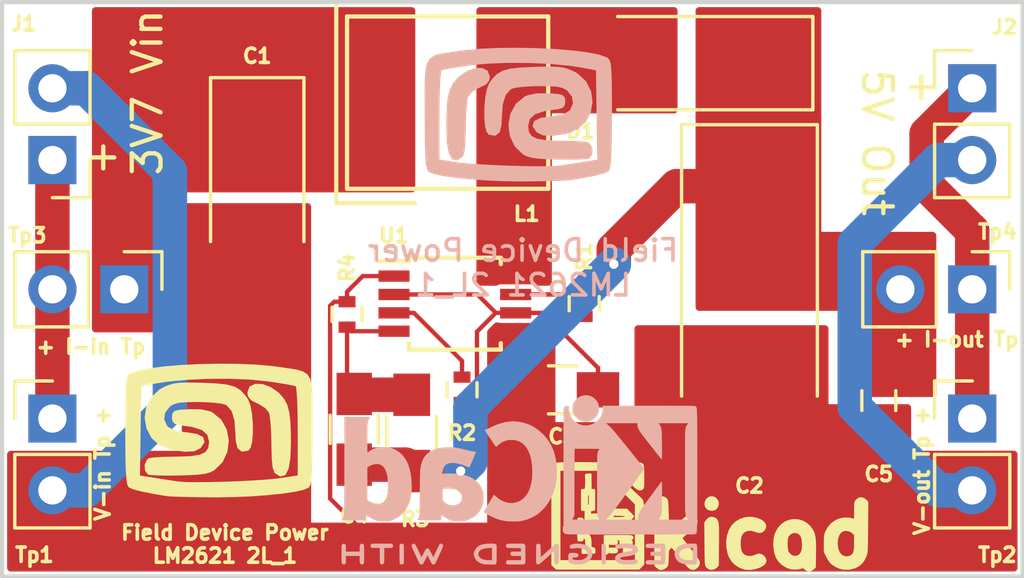
<source format=kicad_pcb>
(kicad_pcb (version 4) (host pcbnew 4.0.7)

  (general
    (links 33)
    (no_connects 0)
    (area 161.4365 95.5075 198.827401 116.915001)
    (thickness 1.6)
    (drawings 12)
    (tracks 64)
    (zones 0)
    (modules 22)
    (nets 10)
  )

  (page A4)
  (layers
    (0 F.Cu signal)
    (31 B.Cu signal)
    (32 B.Adhes user)
    (33 F.Adhes user)
    (34 B.Paste user)
    (35 F.Paste user)
    (36 B.SilkS user)
    (37 F.SilkS user)
    (38 B.Mask user)
    (39 F.Mask user)
    (40 Dwgs.User user)
    (41 Cmts.User user)
    (42 Eco1.User user)
    (43 Eco2.User user)
    (44 Edge.Cuts user)
    (45 Margin user)
    (46 B.CrtYd user)
    (47 F.CrtYd user)
    (48 B.Fab user)
    (49 F.Fab user hide)
  )

  (setup
    (last_trace_width 0.1524)
    (user_trace_width 0.3048)
    (user_trace_width 0.6096)
    (user_trace_width 1.2192)
    (trace_clearance 0.1524)
    (zone_clearance 0.1016)
    (zone_45_only no)
    (trace_min 0.1524)
    (segment_width 0.2)
    (edge_width 0.15)
    (via_size 0.6858)
    (via_drill 0.3302)
    (via_min_size 0.6858)
    (via_min_drill 0.3302)
    (uvia_size 0.3)
    (uvia_drill 0.1)
    (uvias_allowed no)
    (uvia_min_size 0.2)
    (uvia_min_drill 0.1)
    (pcb_text_width 0.3)
    (pcb_text_size 1.5 1.5)
    (mod_edge_width 0.15)
    (mod_text_size 0.508 0.508)
    (mod_text_width 0.127)
    (pad_size 1.524 1.524)
    (pad_drill 0.762)
    (pad_to_mask_clearance 0)
    (aux_axis_origin 0 0)
    (visible_elements 7FFEFFFF)
    (pcbplotparams
      (layerselection 0x010f8_80000001)
      (usegerberextensions false)
      (excludeedgelayer true)
      (linewidth 0.076200)
      (plotframeref false)
      (viasonmask false)
      (mode 1)
      (useauxorigin false)
      (hpglpennumber 1)
      (hpglpenspeed 20)
      (hpglpendiameter 15)
      (hpglpenoverlay 2)
      (psnegative false)
      (psa4output false)
      (plotreference true)
      (plotvalue true)
      (plotinvisibletext false)
      (padsonsilk false)
      (subtractmaskfromsilk false)
      (outputformat 1)
      (mirror false)
      (drillshape 0)
      (scaleselection 1)
      (outputdirectory gerbers/))
  )

  (net 0 "")
  (net 1 GND)
  (net 2 /Vin)
  (net 3 /Vout)
  (net 4 "Net-(C3-Pad2)")
  (net 5 "Net-(C4-Pad2)")
  (net 6 "Net-(D1-Pad2)")
  (net 7 "Net-(R2-Pad1)")
  (net 8 /Vin1)
  (net 9 /Vout1)

  (net_class Default "This is the default net class."
    (clearance 0.1524)
    (trace_width 0.1524)
    (via_dia 0.6858)
    (via_drill 0.3302)
    (uvia_dia 0.3)
    (uvia_drill 0.1)
    (add_net /Vin)
    (add_net /Vin1)
    (add_net /Vout)
    (add_net /Vout1)
    (add_net GND)
    (add_net "Net-(C3-Pad2)")
    (add_net "Net-(C4-Pad2)")
    (add_net "Net-(D1-Pad2)")
    (add_net "Net-(R2-Pad1)")
  )

  (module FieldDevice_Power:MyBasic_rounded_50_1 (layer B.Cu) (tedit 0) (tstamp 59F9C21D)
    (at 180.848 100.457 180)
    (fp_text reference G*** (at 0 0 180) (layer B.SilkS) hide
      (effects (font (thickness 0.3)) (justify mirror))
    )
    (fp_text value LOGO (at 0.75 0 180) (layer B.SilkS) hide
      (effects (font (thickness 0.3)) (justify mirror))
    )
    (fp_poly (pts (xy 3.304378 0.743582) (xy 3.302238 0.149924) (xy 3.302 -0.034945) (xy 3.300032 -0.675217)
      (xy 3.293365 -1.165453) (xy 3.280856 -1.524914) (xy 3.261361 -1.772861) (xy 3.233735 -1.928554)
      (xy 3.196835 -2.011252) (xy 3.183831 -2.02467) (xy 3.016596 -2.096142) (xy 2.878667 -2.126474)
      (xy 2.878667 -1.672748) (xy 2.878667 -0.079371) (xy 2.874611 0.441091) (xy 2.86325 0.890668)
      (xy 2.845795 1.244335) (xy 2.823453 1.477063) (xy 2.799275 1.563074) (xy 2.687827 1.593908)
      (xy 2.445552 1.640381) (xy 2.109493 1.695905) (xy 1.762108 1.747515) (xy 1.13364 1.809464)
      (xy 0.406051 1.837755) (xy -0.363863 1.833503) (xy -1.119308 1.797821) (xy -1.803486 1.731824)
      (xy -2.201333 1.669763) (xy -2.751667 1.565141) (xy -2.774634 -0.056143) (xy -2.797601 -1.677426)
      (xy -2.224301 -1.768198) (xy -1.888387 -1.820928) (xy -1.583576 -1.868002) (xy -1.397 -1.896091)
      (xy -1.156831 -1.913739) (xy -0.785475 -1.920161) (xy -0.320617 -1.916617) (xy 0.200057 -1.904364)
      (xy 0.738862 -1.88466) (xy 1.258112 -1.858761) (xy 1.720122 -1.827926) (xy 2.087206 -1.793412)
      (xy 2.2225 -1.775306) (xy 2.878667 -1.672748) (xy 2.878667 -2.126474) (xy 2.707275 -2.164166)
      (xy 2.283113 -2.226037) (xy 1.771356 -2.279051) (xy 1.199249 -2.320504) (xy 0.594039 -2.347692)
      (xy -0.017031 -2.35791) (xy -0.169333 -2.357483) (xy -0.654331 -2.35226) (xy -1.093111 -2.344201)
      (xy -1.451846 -2.334183) (xy -1.696708 -2.32308) (xy -1.778 -2.315816) (xy -2.284572 -2.232236)
      (xy -2.692361 -2.149708) (xy -2.977538 -2.073632) (xy -3.1115 -2.013674) (xy -3.148535 -1.935849)
      (xy -3.176694 -1.76079) (xy -3.196802 -1.473075) (xy -3.209683 -1.057284) (xy -3.216163 -0.497996)
      (xy -3.217333 -0.034945) (xy -3.216382 0.581401) (xy -3.212423 1.049836) (xy -3.2038 1.391776)
      (xy -3.188856 1.628638) (xy -3.165934 1.78184) (xy -3.133378 1.872797) (xy -3.089532 1.922927)
      (xy -3.064688 1.938403) (xy -2.7988 2.031821) (xy -2.393239 2.111825) (xy -1.877227 2.17717)
      (xy -1.279985 2.226611) (xy -0.630736 2.258901) (xy 0.041298 2.272796) (xy 0.706896 2.26705)
      (xy 1.336834 2.240418) (xy 1.901891 2.191654) (xy 2.140193 2.160217) (xy 2.505658 2.108577)
      (xy 2.785762 2.063648) (xy 2.991766 2.004153) (xy 3.134929 1.908818) (xy 3.226512 1.756368)
      (xy 3.277775 1.525529) (xy 3.299977 1.195025) (xy 3.304378 0.743582) (xy 3.304378 0.743582)) (layer B.SilkS) (width 0.1))
    (fp_poly (pts (xy 0.34267 -0.401396) (xy 0.295189 -0.78495) (xy 0.130447 -1.134481) (xy -0.143839 -1.403811)
      (xy -0.285097 -1.477168) (xy -0.473433 -1.527105) (xy -0.744285 -1.558878) (xy -1.133089 -1.577742)
      (xy -1.354667 -1.583393) (xy -1.751061 -1.587691) (xy -2.089353 -1.583729) (xy -2.33113 -1.57245)
      (xy -2.434167 -1.556953) (xy -2.523029 -1.439885) (xy -2.531116 -1.26176) (xy -2.463306 -1.107596)
      (xy -2.406075 -1.067391) (xy -2.267273 -1.045378) (xy -2.003201 -1.028077) (xy -1.657907 -1.017813)
      (xy -1.432409 -1.016) (xy -0.950865 -1.000429) (xy -0.614329 -0.946481) (xy -0.400728 -0.843299)
      (xy -0.287987 -0.680028) (xy -0.254033 -0.445811) (xy -0.254 -0.436455) (xy -0.320498 -0.172492)
      (xy -0.525142 0.014356) (xy -0.875658 0.12968) (xy -1.077076 0.159096) (xy -1.352639 0.194937)
      (xy -1.499307 0.240944) (xy -1.557127 0.318745) (xy -1.566333 0.423334) (xy -1.555369 0.537732)
      (xy -1.497036 0.604045) (xy -1.353176 0.638834) (xy -1.085631 0.658659) (xy -1.016 0.662183)
      (xy -0.59972 0.658156) (xy -0.30002 0.593755) (xy -0.205721 0.551214) (xy 0.090942 0.306906)
      (xy 0.274163 -0.024037) (xy 0.34267 -0.401396) (xy 0.34267 -0.401396)) (layer B.SilkS) (width 0.1))
    (fp_poly (pts (xy 2.539068 -0.492399) (xy 2.519138 -1.015157) (xy 2.458339 -1.378069) (xy 2.357294 -1.579846)
      (xy 2.216624 -1.619203) (xy 2.048933 -1.507066) (xy 1.995682 -1.361488) (xy 1.961686 -1.054882)
      (xy 1.947676 -0.594537) (xy 1.947333 -0.49505) (xy 1.938764 -0.097735) (xy 1.91563 0.254593)
      (xy 1.88179 0.516123) (xy 1.853241 0.621876) (xy 1.709675 0.791346) (xy 1.475328 0.938435)
      (xy 1.429908 0.957716) (xy 1.208838 1.068214) (xy 1.114007 1.194028) (xy 1.100667 1.299315)
      (xy 1.164639 1.475757) (xy 1.332569 1.559333) (xy 1.568475 1.552519) (xy 1.836374 1.457795)
      (xy 2.100284 1.277639) (xy 2.154278 1.226745) (xy 2.30556 1.050015) (xy 2.412216 0.850203)
      (xy 2.481517 0.594814) (xy 2.520737 0.251351) (xy 2.537149 -0.212682) (xy 2.539068 -0.492399)
      (xy 2.539068 -0.492399)) (layer B.SilkS) (width 0.1))
    (fp_poly (pts (xy 1.195199 -0.12652) (xy 1.171174 -0.423519) (xy 1.119217 -0.633327) (xy 1.058333 -0.707951)
      (xy 0.866305 -0.738023) (xy 0.745857 -0.641621) (xy 0.687111 -0.404874) (xy 0.677333 -0.172909)
      (xy 0.642254 0.322588) (xy 0.534985 0.672063) (xy 0.352479 0.884069) (xy 0.288135 0.919664)
      (xy 0.110694 0.962599) (xy -0.184414 0.995681) (xy -0.545592 1.013942) (xy -0.712233 1.016)
      (xy -1.103858 1.010452) (xy -1.368654 0.98892) (xy -1.548902 0.944073) (xy -1.686886 0.868578)
      (xy -1.724249 0.840522) (xy -1.903246 0.611261) (xy -1.940798 0.34805) (xy -1.833614 0.10105)
      (xy -1.776688 0.041146) (xy -1.553794 -0.073454) (xy -1.204358 -0.144508) (xy -1.120521 -0.152644)
      (xy -0.756152 -0.209077) (xy -0.555352 -0.306606) (xy -0.517192 -0.446155) (xy -0.640743 -0.628647)
      (xy -0.641048 -0.628952) (xy -0.838147 -0.726949) (xy -1.160777 -0.744715) (xy -1.620879 -0.68286)
      (xy -1.637249 -0.679719) (xy -2.016998 -0.53308) (xy -2.295444 -0.281501) (xy -2.468504 0.041314)
      (xy -2.532099 0.401665) (xy -2.482146 0.765849) (xy -2.314565 1.100163) (xy -2.025274 1.370906)
      (xy -1.894472 1.444431) (xy -1.71114 1.523813) (xy -1.527711 1.574176) (xy -1.302663 1.600125)
      (xy -0.994472 1.606266) (xy -0.561616 1.597204) (xy -0.526509 1.596148) (xy -0.033514 1.573734)
      (xy 0.324435 1.533177) (xy 0.581523 1.462284) (xy 0.771932 1.348863) (xy 0.929845 1.180723)
      (xy 1.027625 1.041829) (xy 1.107505 0.841846) (xy 1.162582 0.550741) (xy 1.192074 0.213093)
      (xy 1.195199 -0.12652) (xy 1.195199 -0.12652)) (layer B.SilkS) (width 0.1))
  )

  (module FieldDevice_Power:MyBasic_rounded_50_1 (layer F.Cu) (tedit 0) (tstamp 59F9C216)
    (at 170.18 111.633)
    (fp_text reference G*** (at 0 0) (layer F.SilkS) hide
      (effects (font (thickness 0.3)))
    )
    (fp_text value LOGO (at 0.75 0) (layer F.SilkS) hide
      (effects (font (thickness 0.3)))
    )
    (fp_poly (pts (xy 3.304378 -0.743582) (xy 3.302238 -0.149924) (xy 3.302 0.034945) (xy 3.300032 0.675217)
      (xy 3.293365 1.165453) (xy 3.280856 1.524914) (xy 3.261361 1.772861) (xy 3.233735 1.928554)
      (xy 3.196835 2.011252) (xy 3.183831 2.02467) (xy 3.016596 2.096142) (xy 2.878667 2.126474)
      (xy 2.878667 1.672748) (xy 2.878667 0.079371) (xy 2.874611 -0.441091) (xy 2.86325 -0.890668)
      (xy 2.845795 -1.244335) (xy 2.823453 -1.477063) (xy 2.799275 -1.563074) (xy 2.687827 -1.593908)
      (xy 2.445552 -1.640381) (xy 2.109493 -1.695905) (xy 1.762108 -1.747515) (xy 1.13364 -1.809464)
      (xy 0.406051 -1.837755) (xy -0.363863 -1.833503) (xy -1.119308 -1.797821) (xy -1.803486 -1.731824)
      (xy -2.201333 -1.669763) (xy -2.751667 -1.565141) (xy -2.774634 0.056143) (xy -2.797601 1.677426)
      (xy -2.224301 1.768198) (xy -1.888387 1.820928) (xy -1.583576 1.868002) (xy -1.397 1.896091)
      (xy -1.156831 1.913739) (xy -0.785475 1.920161) (xy -0.320617 1.916617) (xy 0.200057 1.904364)
      (xy 0.738862 1.88466) (xy 1.258112 1.858761) (xy 1.720122 1.827926) (xy 2.087206 1.793412)
      (xy 2.2225 1.775306) (xy 2.878667 1.672748) (xy 2.878667 2.126474) (xy 2.707275 2.164166)
      (xy 2.283113 2.226037) (xy 1.771356 2.279051) (xy 1.199249 2.320504) (xy 0.594039 2.347692)
      (xy -0.017031 2.35791) (xy -0.169333 2.357483) (xy -0.654331 2.35226) (xy -1.093111 2.344201)
      (xy -1.451846 2.334183) (xy -1.696708 2.32308) (xy -1.778 2.315816) (xy -2.284572 2.232236)
      (xy -2.692361 2.149708) (xy -2.977538 2.073632) (xy -3.1115 2.013674) (xy -3.148535 1.935849)
      (xy -3.176694 1.76079) (xy -3.196802 1.473075) (xy -3.209683 1.057284) (xy -3.216163 0.497996)
      (xy -3.217333 0.034945) (xy -3.216382 -0.581401) (xy -3.212423 -1.049836) (xy -3.2038 -1.391776)
      (xy -3.188856 -1.628638) (xy -3.165934 -1.78184) (xy -3.133378 -1.872797) (xy -3.089532 -1.922927)
      (xy -3.064688 -1.938403) (xy -2.7988 -2.031821) (xy -2.393239 -2.111825) (xy -1.877227 -2.17717)
      (xy -1.279985 -2.226611) (xy -0.630736 -2.258901) (xy 0.041298 -2.272796) (xy 0.706896 -2.26705)
      (xy 1.336834 -2.240418) (xy 1.901891 -2.191654) (xy 2.140193 -2.160217) (xy 2.505658 -2.108577)
      (xy 2.785762 -2.063648) (xy 2.991766 -2.004153) (xy 3.134929 -1.908818) (xy 3.226512 -1.756368)
      (xy 3.277775 -1.525529) (xy 3.299977 -1.195025) (xy 3.304378 -0.743582) (xy 3.304378 -0.743582)) (layer F.SilkS) (width 0.1))
    (fp_poly (pts (xy 0.34267 0.401396) (xy 0.295189 0.78495) (xy 0.130447 1.134481) (xy -0.143839 1.403811)
      (xy -0.285097 1.477168) (xy -0.473433 1.527105) (xy -0.744285 1.558878) (xy -1.133089 1.577742)
      (xy -1.354667 1.583393) (xy -1.751061 1.587691) (xy -2.089353 1.583729) (xy -2.33113 1.57245)
      (xy -2.434167 1.556953) (xy -2.523029 1.439885) (xy -2.531116 1.26176) (xy -2.463306 1.107596)
      (xy -2.406075 1.067391) (xy -2.267273 1.045378) (xy -2.003201 1.028077) (xy -1.657907 1.017813)
      (xy -1.432409 1.016) (xy -0.950865 1.000429) (xy -0.614329 0.946481) (xy -0.400728 0.843299)
      (xy -0.287987 0.680028) (xy -0.254033 0.445811) (xy -0.254 0.436455) (xy -0.320498 0.172492)
      (xy -0.525142 -0.014356) (xy -0.875658 -0.12968) (xy -1.077076 -0.159096) (xy -1.352639 -0.194937)
      (xy -1.499307 -0.240944) (xy -1.557127 -0.318745) (xy -1.566333 -0.423334) (xy -1.555369 -0.537732)
      (xy -1.497036 -0.604045) (xy -1.353176 -0.638834) (xy -1.085631 -0.658659) (xy -1.016 -0.662183)
      (xy -0.59972 -0.658156) (xy -0.30002 -0.593755) (xy -0.205721 -0.551214) (xy 0.090942 -0.306906)
      (xy 0.274163 0.024037) (xy 0.34267 0.401396) (xy 0.34267 0.401396)) (layer F.SilkS) (width 0.1))
    (fp_poly (pts (xy 2.539068 0.492399) (xy 2.519138 1.015157) (xy 2.458339 1.378069) (xy 2.357294 1.579846)
      (xy 2.216624 1.619203) (xy 2.048933 1.507066) (xy 1.995682 1.361488) (xy 1.961686 1.054882)
      (xy 1.947676 0.594537) (xy 1.947333 0.49505) (xy 1.938764 0.097735) (xy 1.91563 -0.254593)
      (xy 1.88179 -0.516123) (xy 1.853241 -0.621876) (xy 1.709675 -0.791346) (xy 1.475328 -0.938435)
      (xy 1.429908 -0.957716) (xy 1.208838 -1.068214) (xy 1.114007 -1.194028) (xy 1.100667 -1.299315)
      (xy 1.164639 -1.475757) (xy 1.332569 -1.559333) (xy 1.568475 -1.552519) (xy 1.836374 -1.457795)
      (xy 2.100284 -1.277639) (xy 2.154278 -1.226745) (xy 2.30556 -1.050015) (xy 2.412216 -0.850203)
      (xy 2.481517 -0.594814) (xy 2.520737 -0.251351) (xy 2.537149 0.212682) (xy 2.539068 0.492399)
      (xy 2.539068 0.492399)) (layer F.SilkS) (width 0.1))
    (fp_poly (pts (xy 1.195199 0.12652) (xy 1.171174 0.423519) (xy 1.119217 0.633327) (xy 1.058333 0.707951)
      (xy 0.866305 0.738023) (xy 0.745857 0.641621) (xy 0.687111 0.404874) (xy 0.677333 0.172909)
      (xy 0.642254 -0.322588) (xy 0.534985 -0.672063) (xy 0.352479 -0.884069) (xy 0.288135 -0.919664)
      (xy 0.110694 -0.962599) (xy -0.184414 -0.995681) (xy -0.545592 -1.013942) (xy -0.712233 -1.016)
      (xy -1.103858 -1.010452) (xy -1.368654 -0.98892) (xy -1.548902 -0.944073) (xy -1.686886 -0.868578)
      (xy -1.724249 -0.840522) (xy -1.903246 -0.611261) (xy -1.940798 -0.34805) (xy -1.833614 -0.10105)
      (xy -1.776688 -0.041146) (xy -1.553794 0.073454) (xy -1.204358 0.144508) (xy -1.120521 0.152644)
      (xy -0.756152 0.209077) (xy -0.555352 0.306606) (xy -0.517192 0.446155) (xy -0.640743 0.628647)
      (xy -0.641048 0.628952) (xy -0.838147 0.726949) (xy -1.160777 0.744715) (xy -1.620879 0.68286)
      (xy -1.637249 0.679719) (xy -2.016998 0.53308) (xy -2.295444 0.281501) (xy -2.468504 -0.041314)
      (xy -2.532099 -0.401665) (xy -2.482146 -0.765849) (xy -2.314565 -1.100163) (xy -2.025274 -1.370906)
      (xy -1.894472 -1.444431) (xy -1.71114 -1.523813) (xy -1.527711 -1.574176) (xy -1.302663 -1.600125)
      (xy -0.994472 -1.606266) (xy -0.561616 -1.597204) (xy -0.526509 -1.596148) (xy -0.033514 -1.573734)
      (xy 0.324435 -1.533177) (xy 0.581523 -1.462284) (xy 0.771932 -1.348863) (xy 0.929845 -1.180723)
      (xy 1.027625 -1.041829) (xy 1.107505 -0.841846) (xy 1.162582 -0.550741) (xy 1.192074 -0.213093)
      (xy 1.195199 0.12652) (xy 1.195199 0.12652)) (layer F.SilkS) (width 0.1))
  )

  (module Housings_SSOP:TSSOP-8_3x3mm_Pitch0.65mm (layer F.Cu) (tedit 54130A77) (tstamp 59F896E2)
    (at 178.562 107.188)
    (descr "TSSOP8: plastic thin shrink small outline package; 8 leads; body width 3 mm; (see NXP SSOP-TSSOP-VSO-REFLOW.pdf and sot505-1_po.pdf)")
    (tags "SSOP 0.65")
    (path /59F85DA2)
    (attr smd)
    (fp_text reference U1 (at -2.159 -2.413) (layer F.SilkS)
      (effects (font (size 0.508 0.508) (thickness 0.127)))
    )
    (fp_text value LM2621 (at 0 2.55) (layer F.Fab)
      (effects (font (size 0.508 0.508) (thickness 0.127)))
    )
    (fp_line (start -0.5 -1.5) (end 1.5 -1.5) (layer F.Fab) (width 0.15))
    (fp_line (start 1.5 -1.5) (end 1.5 1.5) (layer F.Fab) (width 0.15))
    (fp_line (start 1.5 1.5) (end -1.5 1.5) (layer F.Fab) (width 0.15))
    (fp_line (start -1.5 1.5) (end -1.5 -0.5) (layer F.Fab) (width 0.15))
    (fp_line (start -1.5 -0.5) (end -0.5 -1.5) (layer F.Fab) (width 0.15))
    (fp_line (start -2.95 -1.8) (end -2.95 1.8) (layer F.CrtYd) (width 0.05))
    (fp_line (start 2.95 -1.8) (end 2.95 1.8) (layer F.CrtYd) (width 0.05))
    (fp_line (start -2.95 -1.8) (end 2.95 -1.8) (layer F.CrtYd) (width 0.05))
    (fp_line (start -2.95 1.8) (end 2.95 1.8) (layer F.CrtYd) (width 0.05))
    (fp_line (start -1.625 -1.625) (end -1.625 -1.5) (layer F.SilkS) (width 0.15))
    (fp_line (start 1.625 -1.625) (end 1.625 -1.4) (layer F.SilkS) (width 0.15))
    (fp_line (start 1.625 1.625) (end 1.625 1.4) (layer F.SilkS) (width 0.15))
    (fp_line (start -1.625 1.625) (end -1.625 1.4) (layer F.SilkS) (width 0.15))
    (fp_line (start -1.625 -1.625) (end 1.625 -1.625) (layer F.SilkS) (width 0.15))
    (fp_line (start -1.625 1.625) (end 1.625 1.625) (layer F.SilkS) (width 0.15))
    (fp_line (start -1.625 -1.5) (end -2.7 -1.5) (layer F.SilkS) (width 0.15))
    (fp_text user %R (at 0.100999 0) (layer F.Fab)
      (effects (font (size 0.508 0.508) (thickness 0.127)))
    )
    (pad 1 smd rect (at -2.15 -0.975) (size 1.1 0.4) (layers F.Cu F.Paste F.Mask)
      (net 1 GND))
    (pad 2 smd rect (at -2.15 -0.325) (size 1.1 0.4) (layers F.Cu F.Paste F.Mask)
      (net 4 "Net-(C3-Pad2)"))
    (pad 3 smd rect (at -2.15 0.325) (size 1.1 0.4) (layers F.Cu F.Paste F.Mask)
      (net 7 "Net-(R2-Pad1)"))
    (pad 4 smd rect (at -2.15 0.975) (size 1.1 0.4) (layers F.Cu F.Paste F.Mask)
      (net 5 "Net-(C4-Pad2)"))
    (pad 5 smd rect (at 2.15 0.975) (size 1.1 0.4) (layers F.Cu F.Paste F.Mask)
      (net 1 GND))
    (pad 6 smd rect (at 2.15 0.325) (size 1.1 0.4) (layers F.Cu F.Paste F.Mask)
      (net 4 "Net-(C3-Pad2)"))
    (pad 7 smd rect (at 2.15 -0.325) (size 1.1 0.4) (layers F.Cu F.Paste F.Mask)
      (net 9 /Vout1))
    (pad 8 smd rect (at 2.15 -0.975) (size 1.1 0.4) (layers F.Cu F.Paste F.Mask)
      (net 6 "Net-(D1-Pad2)"))
    (model ${KISYS3DMOD}/Housings_SSOP.3dshapes/TSSOP-8_3x3mm_Pitch0.65mm.wrl
      (at (xyz 0 0 0))
      (scale (xyz 1 1 1))
      (rotate (xyz 0 0 0))
    )
  )

  (module Capacitors_SMD:C_0805_HandSoldering (layer F.Cu) (tedit 58AA84A8) (tstamp 59F8969F)
    (at 182.372 110.236)
    (descr "Capacitor SMD 0805, hand soldering")
    (tags "capacitor 0805")
    (path /59F87AC1)
    (attr smd)
    (fp_text reference C3 (at 0 1.651 180) (layer F.SilkS)
      (effects (font (size 0.508 0.508) (thickness 0.127)))
    )
    (fp_text value "1uF 16V" (at 0 1.75) (layer F.Fab)
      (effects (font (size 0.508 0.508) (thickness 0.127)))
    )
    (fp_text user %R (at -1.0795 1.7145) (layer F.Fab)
      (effects (font (size 0.508 0.508) (thickness 0.127)))
    )
    (fp_line (start -1 0.62) (end -1 -0.62) (layer F.Fab) (width 0.1))
    (fp_line (start 1 0.62) (end -1 0.62) (layer F.Fab) (width 0.1))
    (fp_line (start 1 -0.62) (end 1 0.62) (layer F.Fab) (width 0.1))
    (fp_line (start -1 -0.62) (end 1 -0.62) (layer F.Fab) (width 0.1))
    (fp_line (start 0.5 -0.85) (end -0.5 -0.85) (layer F.SilkS) (width 0.12))
    (fp_line (start -0.5 0.85) (end 0.5 0.85) (layer F.SilkS) (width 0.12))
    (fp_line (start -2.25 -0.88) (end 2.25 -0.88) (layer F.CrtYd) (width 0.05))
    (fp_line (start -2.25 -0.88) (end -2.25 0.87) (layer F.CrtYd) (width 0.05))
    (fp_line (start 2.25 0.87) (end 2.25 -0.88) (layer F.CrtYd) (width 0.05))
    (fp_line (start 2.25 0.87) (end -2.25 0.87) (layer F.CrtYd) (width 0.05))
    (pad 1 smd rect (at -1.25 0) (size 1.5 1.25) (layers F.Cu F.Paste F.Mask)
      (net 1 GND))
    (pad 2 smd rect (at 1.25 0) (size 1.5 1.25) (layers F.Cu F.Paste F.Mask)
      (net 4 "Net-(C3-Pad2)"))
    (model Capacitors_SMD.3dshapes/C_0805.wrl
      (at (xyz 0 0 0))
      (scale (xyz 1 1 1))
      (rotate (xyz 0 0 0))
    )
  )

  (module Capacitors_SMD:C_0805_HandSoldering (layer F.Cu) (tedit 58AA84A8) (tstamp 59F896A5)
    (at 175.006 111.633 90)
    (descr "Capacitor SMD 0805, hand soldering")
    (tags "capacitor 0805")
    (path /59F878FC)
    (attr smd)
    (fp_text reference C4 (at -3.048 0 180) (layer F.SilkS)
      (effects (font (size 0.508 0.508) (thickness 0.127)))
    )
    (fp_text value "39pF 50V" (at 0 1.75 90) (layer F.Fab)
      (effects (font (size 0.508 0.508) (thickness 0.127)))
    )
    (fp_text user %R (at 0 -1.75 90) (layer F.Fab)
      (effects (font (size 0.508 0.508) (thickness 0.127)))
    )
    (fp_line (start -1 0.62) (end -1 -0.62) (layer F.Fab) (width 0.1))
    (fp_line (start 1 0.62) (end -1 0.62) (layer F.Fab) (width 0.1))
    (fp_line (start 1 -0.62) (end 1 0.62) (layer F.Fab) (width 0.1))
    (fp_line (start -1 -0.62) (end 1 -0.62) (layer F.Fab) (width 0.1))
    (fp_line (start 0.5 -0.85) (end -0.5 -0.85) (layer F.SilkS) (width 0.12))
    (fp_line (start -0.5 0.85) (end 0.5 0.85) (layer F.SilkS) (width 0.12))
    (fp_line (start -2.25 -0.88) (end 2.25 -0.88) (layer F.CrtYd) (width 0.05))
    (fp_line (start -2.25 -0.88) (end -2.25 0.87) (layer F.CrtYd) (width 0.05))
    (fp_line (start 2.25 0.87) (end 2.25 -0.88) (layer F.CrtYd) (width 0.05))
    (fp_line (start 2.25 0.87) (end -2.25 0.87) (layer F.CrtYd) (width 0.05))
    (pad 1 smd rect (at -1.25 0 90) (size 1.5 1.25) (layers F.Cu F.Paste F.Mask)
      (net 9 /Vout1))
    (pad 2 smd rect (at 1.25 0 90) (size 1.5 1.25) (layers F.Cu F.Paste F.Mask)
      (net 5 "Net-(C4-Pad2)"))
    (model Capacitors_SMD.3dshapes/C_0805.wrl
      (at (xyz 0 0 0))
      (scale (xyz 1 1 1))
      (rotate (xyz 0 0 0))
    )
  )

  (module Capacitors_SMD:C_0603_HandSoldering (layer F.Cu) (tedit 58AA848B) (tstamp 59F896AB)
    (at 193.548 110.617 90)
    (descr "Capacitor SMD 0603, hand soldering")
    (tags "capacitor 0603")
    (path /59F87E37)
    (attr smd)
    (fp_text reference C5 (at -2.601 0 180) (layer F.SilkS)
      (effects (font (size 0.508 0.508) (thickness 0.127)))
    )
    (fp_text value "*1μF 10V" (at 0 1.5 90) (layer F.Fab)
      (effects (font (size 0.508 0.508) (thickness 0.127)))
    )
    (fp_text user %R (at 0 1.397 90) (layer F.Fab)
      (effects (font (size 0.508 0.508) (thickness 0.127)))
    )
    (fp_line (start -0.8 0.4) (end -0.8 -0.4) (layer F.Fab) (width 0.1))
    (fp_line (start 0.8 0.4) (end -0.8 0.4) (layer F.Fab) (width 0.1))
    (fp_line (start 0.8 -0.4) (end 0.8 0.4) (layer F.Fab) (width 0.1))
    (fp_line (start -0.8 -0.4) (end 0.8 -0.4) (layer F.Fab) (width 0.1))
    (fp_line (start -0.35 -0.6) (end 0.35 -0.6) (layer F.SilkS) (width 0.12))
    (fp_line (start 0.35 0.6) (end -0.35 0.6) (layer F.SilkS) (width 0.12))
    (fp_line (start -1.8 -0.65) (end 1.8 -0.65) (layer F.CrtYd) (width 0.05))
    (fp_line (start -1.8 -0.65) (end -1.8 0.65) (layer F.CrtYd) (width 0.05))
    (fp_line (start 1.8 0.65) (end 1.8 -0.65) (layer F.CrtYd) (width 0.05))
    (fp_line (start 1.8 0.65) (end -1.8 0.65) (layer F.CrtYd) (width 0.05))
    (pad 1 smd rect (at -0.95 0 90) (size 1.2 0.75) (layers F.Cu F.Paste F.Mask)
      (net 1 GND))
    (pad 2 smd rect (at 0.95 0 90) (size 1.2 0.75) (layers F.Cu F.Paste F.Mask)
      (net 9 /Vout1))
    (model Capacitors_SMD.3dshapes/C_0603.wrl
      (at (xyz 0 0 0))
      (scale (xyz 1 1 1))
      (rotate (xyz 0 0 0))
    )
  )

  (module Diodes_SMD:D_SMA_Handsoldering (layer F.Cu) (tedit 58643398) (tstamp 59F896B1)
    (at 186.817 98.679 180)
    (descr "Diode SMA (DO-214AC) Handsoldering")
    (tags "Diode SMA (DO-214AC) Handsoldering")
    (path /59F8620D)
    (attr smd)
    (fp_text reference D1 (at 3.81 -2.413 180) (layer F.SilkS)
      (effects (font (size 0.508 0.508) (thickness 0.127)))
    )
    (fp_text value "0.5V 3A" (at 0 2.6 180) (layer F.Fab)
      (effects (font (size 0.508 0.508) (thickness 0.127)))
    )
    (fp_text user %R (at 0 -2.5 180) (layer F.Fab)
      (effects (font (size 0.508 0.508) (thickness 0.127)))
    )
    (fp_line (start -4.4 -1.65) (end -4.4 1.65) (layer F.SilkS) (width 0.12))
    (fp_line (start 2.3 1.5) (end -2.3 1.5) (layer F.Fab) (width 0.1))
    (fp_line (start -2.3 1.5) (end -2.3 -1.5) (layer F.Fab) (width 0.1))
    (fp_line (start 2.3 -1.5) (end 2.3 1.5) (layer F.Fab) (width 0.1))
    (fp_line (start 2.3 -1.5) (end -2.3 -1.5) (layer F.Fab) (width 0.1))
    (fp_line (start -4.5 -1.75) (end 4.5 -1.75) (layer F.CrtYd) (width 0.05))
    (fp_line (start 4.5 -1.75) (end 4.5 1.75) (layer F.CrtYd) (width 0.05))
    (fp_line (start 4.5 1.75) (end -4.5 1.75) (layer F.CrtYd) (width 0.05))
    (fp_line (start -4.5 1.75) (end -4.5 -1.75) (layer F.CrtYd) (width 0.05))
    (fp_line (start -0.64944 0.00102) (end -1.55114 0.00102) (layer F.Fab) (width 0.1))
    (fp_line (start 0.50118 0.00102) (end 1.4994 0.00102) (layer F.Fab) (width 0.1))
    (fp_line (start -0.64944 -0.79908) (end -0.64944 0.80112) (layer F.Fab) (width 0.1))
    (fp_line (start 0.50118 0.75032) (end 0.50118 -0.79908) (layer F.Fab) (width 0.1))
    (fp_line (start -0.64944 0.00102) (end 0.50118 0.75032) (layer F.Fab) (width 0.1))
    (fp_line (start -0.64944 0.00102) (end 0.50118 -0.79908) (layer F.Fab) (width 0.1))
    (fp_line (start -4.4 1.65) (end 2.5 1.65) (layer F.SilkS) (width 0.12))
    (fp_line (start -4.4 -1.65) (end 2.5 -1.65) (layer F.SilkS) (width 0.12))
    (pad 1 smd rect (at -2.5 0 180) (size 3.5 1.8) (layers F.Cu F.Paste F.Mask)
      (net 9 /Vout1))
    (pad 2 smd rect (at 2.5 0 180) (size 3.5 1.8) (layers F.Cu F.Paste F.Mask)
      (net 6 "Net-(D1-Pad2)"))
    (model ${KISYS3DMOD}/Diodes_SMD.3dshapes/D_SMA.wrl
      (at (xyz 0 0 0))
      (scale (xyz 1 1 1))
      (rotate (xyz 0 0 0))
    )
  )

  (module Resistors_SMD:R_0402 (layer F.Cu) (tedit 58E0A804) (tstamp 59F896C4)
    (at 183.134 107.188 90)
    (descr "Resistor SMD 0402, reflow soldering, Vishay (see dcrcw.pdf)")
    (tags "resistor 0402")
    (path /59F860FC)
    (attr smd)
    (fp_text reference R1 (at 1.651 0 270) (layer F.SilkS)
      (effects (font (size 0.508 0.508) (thickness 0.127)))
    )
    (fp_text value 48.7Ω (at 0 1.45 90) (layer F.Fab)
      (effects (font (size 0.508 0.508) (thickness 0.127)))
    )
    (fp_text user %R (at 0 1.27 90) (layer F.Fab)
      (effects (font (size 0.508 0.508) (thickness 0.127)))
    )
    (fp_line (start -0.5 0.25) (end -0.5 -0.25) (layer F.Fab) (width 0.1))
    (fp_line (start 0.5 0.25) (end -0.5 0.25) (layer F.Fab) (width 0.1))
    (fp_line (start 0.5 -0.25) (end 0.5 0.25) (layer F.Fab) (width 0.1))
    (fp_line (start -0.5 -0.25) (end 0.5 -0.25) (layer F.Fab) (width 0.1))
    (fp_line (start 0.25 -0.53) (end -0.25 -0.53) (layer F.SilkS) (width 0.12))
    (fp_line (start -0.25 0.53) (end 0.25 0.53) (layer F.SilkS) (width 0.12))
    (fp_line (start -0.8 -0.45) (end 0.8 -0.45) (layer F.CrtYd) (width 0.05))
    (fp_line (start -0.8 -0.45) (end -0.8 0.45) (layer F.CrtYd) (width 0.05))
    (fp_line (start 0.8 0.45) (end 0.8 -0.45) (layer F.CrtYd) (width 0.05))
    (fp_line (start 0.8 0.45) (end -0.8 0.45) (layer F.CrtYd) (width 0.05))
    (pad 1 smd rect (at -0.45 0 90) (size 0.4 0.6) (layers F.Cu F.Paste F.Mask)
      (net 4 "Net-(C3-Pad2)"))
    (pad 2 smd rect (at 0.45 0 90) (size 0.4 0.6) (layers F.Cu F.Paste F.Mask)
      (net 9 /Vout1))
    (model ${KISYS3DMOD}/Resistors_SMD.3dshapes/R_0402.wrl
      (at (xyz 0 0 0))
      (scale (xyz 1 1 1))
      (rotate (xyz 0 0 0))
    )
  )

  (module Resistors_SMD:R_0402 (layer F.Cu) (tedit 58E0A804) (tstamp 59F896CA)
    (at 178.816 110.236 270)
    (descr "Resistor SMD 0402, reflow soldering, Vishay (see dcrcw.pdf)")
    (tags "resistor 0402")
    (path /59F86166)
    (attr smd)
    (fp_text reference R2 (at 1.524 0 360) (layer F.SilkS)
      (effects (font (size 0.508 0.508) (thickness 0.127)))
    )
    (fp_text value "357kΩ E96, 1%" (at 0 1.45 270) (layer F.Fab)
      (effects (font (size 0.508 0.508) (thickness 0.127)))
    )
    (fp_text user %R (at 0 -1.35 270) (layer F.Fab)
      (effects (font (size 0.508 0.508) (thickness 0.127)))
    )
    (fp_line (start -0.5 0.25) (end -0.5 -0.25) (layer F.Fab) (width 0.1))
    (fp_line (start 0.5 0.25) (end -0.5 0.25) (layer F.Fab) (width 0.1))
    (fp_line (start 0.5 -0.25) (end 0.5 0.25) (layer F.Fab) (width 0.1))
    (fp_line (start -0.5 -0.25) (end 0.5 -0.25) (layer F.Fab) (width 0.1))
    (fp_line (start 0.25 -0.53) (end -0.25 -0.53) (layer F.SilkS) (width 0.12))
    (fp_line (start -0.25 0.53) (end 0.25 0.53) (layer F.SilkS) (width 0.12))
    (fp_line (start -0.8 -0.45) (end 0.8 -0.45) (layer F.CrtYd) (width 0.05))
    (fp_line (start -0.8 -0.45) (end -0.8 0.45) (layer F.CrtYd) (width 0.05))
    (fp_line (start 0.8 0.45) (end 0.8 -0.45) (layer F.CrtYd) (width 0.05))
    (fp_line (start 0.8 0.45) (end -0.8 0.45) (layer F.CrtYd) (width 0.05))
    (pad 1 smd rect (at -0.45 0 270) (size 0.4 0.6) (layers F.Cu F.Paste F.Mask)
      (net 7 "Net-(R2-Pad1)"))
    (pad 2 smd rect (at 0.45 0 270) (size 0.4 0.6) (layers F.Cu F.Paste F.Mask)
      (net 4 "Net-(C3-Pad2)"))
    (model ${KISYS3DMOD}/Resistors_SMD.3dshapes/R_0402.wrl
      (at (xyz 0 0 0))
      (scale (xyz 1 1 1))
      (rotate (xyz 0 0 0))
    )
  )

  (module Resistors_SMD:R_0805_HandSoldering (layer F.Cu) (tedit 58E0A804) (tstamp 59F896D0)
    (at 177.038 111.76 90)
    (descr "Resistor SMD 0805, hand soldering")
    (tags "resistor 0805")
    (path /59F8604C)
    (attr smd)
    (fp_text reference R3 (at -3.048 0.127 180) (layer F.SilkS)
      (effects (font (size 0.508 0.508) (thickness 0.127)))
    )
    (fp_text value 150kΩ (at 0 1.75 90) (layer F.Fab)
      (effects (font (size 0.508 0.508) (thickness 0.127)))
    )
    (fp_text user %R (at 0 0 90) (layer F.Fab)
      (effects (font (size 0.508 0.508) (thickness 0.127)))
    )
    (fp_line (start -1 0.62) (end -1 -0.62) (layer F.Fab) (width 0.1))
    (fp_line (start 1 0.62) (end -1 0.62) (layer F.Fab) (width 0.1))
    (fp_line (start 1 -0.62) (end 1 0.62) (layer F.Fab) (width 0.1))
    (fp_line (start -1 -0.62) (end 1 -0.62) (layer F.Fab) (width 0.1))
    (fp_line (start 0.6 0.88) (end -0.6 0.88) (layer F.SilkS) (width 0.12))
    (fp_line (start -0.6 -0.88) (end 0.6 -0.88) (layer F.SilkS) (width 0.12))
    (fp_line (start -2.35 -0.9) (end 2.35 -0.9) (layer F.CrtYd) (width 0.05))
    (fp_line (start -2.35 -0.9) (end -2.35 0.9) (layer F.CrtYd) (width 0.05))
    (fp_line (start 2.35 0.9) (end 2.35 -0.9) (layer F.CrtYd) (width 0.05))
    (fp_line (start 2.35 0.9) (end -2.35 0.9) (layer F.CrtYd) (width 0.05))
    (pad 1 smd rect (at -1.35 0 90) (size 1.5 1.3) (layers F.Cu F.Paste F.Mask)
      (net 9 /Vout1))
    (pad 2 smd rect (at 1.35 0 90) (size 1.5 1.3) (layers F.Cu F.Paste F.Mask)
      (net 5 "Net-(C4-Pad2)"))
    (model ${KISYS3DMOD}/Resistors_SMD.3dshapes/R_0805.wrl
      (at (xyz 0 0 0))
      (scale (xyz 1 1 1))
      (rotate (xyz 0 0 0))
    )
  )

  (module Resistors_SMD:R_0402 (layer F.Cu) (tedit 58E0A804) (tstamp 59F896D6)
    (at 174.752 107.569 270)
    (descr "Resistor SMD 0402, reflow soldering, Vishay (see dcrcw.pdf)")
    (tags "resistor 0402")
    (path /59F861A9)
    (attr smd)
    (fp_text reference R4 (at -1.651 0 270) (layer F.SilkS)
      (effects (font (size 0.508 0.508) (thickness 0.127)))
    )
    (fp_text value "49.9kΩ E96 1%" (at 0 1.45 270) (layer F.Fab)
      (effects (font (size 0.508 0.508) (thickness 0.127)))
    )
    (fp_text user %R (at 0 -1.35 270) (layer F.Fab)
      (effects (font (size 0.508 0.508) (thickness 0.127)))
    )
    (fp_line (start -0.5 0.25) (end -0.5 -0.25) (layer F.Fab) (width 0.1))
    (fp_line (start 0.5 0.25) (end -0.5 0.25) (layer F.Fab) (width 0.1))
    (fp_line (start 0.5 -0.25) (end 0.5 0.25) (layer F.Fab) (width 0.1))
    (fp_line (start -0.5 -0.25) (end 0.5 -0.25) (layer F.Fab) (width 0.1))
    (fp_line (start 0.25 -0.53) (end -0.25 -0.53) (layer F.SilkS) (width 0.12))
    (fp_line (start -0.25 0.53) (end 0.25 0.53) (layer F.SilkS) (width 0.12))
    (fp_line (start -0.8 -0.45) (end 0.8 -0.45) (layer F.CrtYd) (width 0.05))
    (fp_line (start -0.8 -0.45) (end -0.8 0.45) (layer F.CrtYd) (width 0.05))
    (fp_line (start 0.8 0.45) (end 0.8 -0.45) (layer F.CrtYd) (width 0.05))
    (fp_line (start 0.8 0.45) (end -0.8 0.45) (layer F.CrtYd) (width 0.05))
    (pad 1 smd rect (at -0.45 0 270) (size 0.4 0.6) (layers F.Cu F.Paste F.Mask)
      (net 1 GND))
    (pad 2 smd rect (at 0.45 0 270) (size 0.4 0.6) (layers F.Cu F.Paste F.Mask)
      (net 5 "Net-(C4-Pad2)"))
    (model ${KISYS3DMOD}/Resistors_SMD.3dshapes/R_0402.wrl
      (at (xyz 0 0 0))
      (scale (xyz 1 1 1))
      (rotate (xyz 0 0 0))
    )
  )

  (module Pin_Headers:Pin_Header_Straight_1x02_Pitch2.54mm (layer F.Cu) (tedit 59650532) (tstamp 59F89D5E)
    (at 164.338 102.108 180)
    (descr "Through hole straight pin header, 1x02, 2.54mm pitch, single row")
    (tags "Through hole pin header THT 1x02 2.54mm single row")
    (path /59F89D18)
    (fp_text reference J1 (at 1.016 4.826 180) (layer F.SilkS)
      (effects (font (size 0.508 0.508) (thickness 0.127)))
    )
    (fp_text value Vin (at 0 4.87 180) (layer F.Fab)
      (effects (font (size 0.508 0.508) (thickness 0.127)))
    )
    (fp_line (start -0.635 -1.27) (end 1.27 -1.27) (layer F.Fab) (width 0.1))
    (fp_line (start 1.27 -1.27) (end 1.27 3.81) (layer F.Fab) (width 0.1))
    (fp_line (start 1.27 3.81) (end -1.27 3.81) (layer F.Fab) (width 0.1))
    (fp_line (start -1.27 3.81) (end -1.27 -0.635) (layer F.Fab) (width 0.1))
    (fp_line (start -1.27 -0.635) (end -0.635 -1.27) (layer F.Fab) (width 0.1))
    (fp_line (start -1.33 3.87) (end 1.33 3.87) (layer F.SilkS) (width 0.12))
    (fp_line (start -1.33 1.27) (end -1.33 3.87) (layer F.SilkS) (width 0.12))
    (fp_line (start 1.33 1.27) (end 1.33 3.87) (layer F.SilkS) (width 0.12))
    (fp_line (start -1.33 1.27) (end 1.33 1.27) (layer F.SilkS) (width 0.12))
    (fp_line (start -1.33 0) (end -1.33 -1.33) (layer F.SilkS) (width 0.12))
    (fp_line (start -1.33 -1.33) (end 0 -1.33) (layer F.SilkS) (width 0.12))
    (fp_line (start -1.8 -1.8) (end -1.8 4.35) (layer F.CrtYd) (width 0.05))
    (fp_line (start -1.8 4.35) (end 1.8 4.35) (layer F.CrtYd) (width 0.05))
    (fp_line (start 1.8 4.35) (end 1.8 -1.8) (layer F.CrtYd) (width 0.05))
    (fp_line (start 1.8 -1.8) (end -1.8 -1.8) (layer F.CrtYd) (width 0.05))
    (fp_text user %R (at 0 1.27 270) (layer F.Fab)
      (effects (font (size 0.508 0.508) (thickness 0.127)))
    )
    (pad 1 thru_hole rect (at 0 0 180) (size 1.7 1.7) (drill 1) (layers *.Cu *.Mask)
      (net 2 /Vin))
    (pad 2 thru_hole oval (at 0 2.54 180) (size 1.7 1.7) (drill 1) (layers *.Cu *.Mask)
      (net 1 GND))
    (model ${KISYS3DMOD}/Pin_Headers.3dshapes/Pin_Header_Straight_1x02_Pitch2.54mm.wrl
      (at (xyz 0 0 0))
      (scale (xyz 1 1 1))
      (rotate (xyz 0 0 0))
    )
  )

  (module Pin_Headers:Pin_Header_Straight_1x02_Pitch2.54mm (layer F.Cu) (tedit 59650532) (tstamp 59F89D64)
    (at 196.85 99.568)
    (descr "Through hole straight pin header, 1x02, 2.54mm pitch, single row")
    (tags "Through hole pin header THT 1x02 2.54mm single row")
    (path /59F89ECA)
    (fp_text reference J2 (at 1.143 -2.159) (layer F.SilkS)
      (effects (font (size 0.508 0.508) (thickness 0.127)))
    )
    (fp_text value Vout (at 0 4.87) (layer F.Fab)
      (effects (font (size 0.508 0.508) (thickness 0.127)))
    )
    (fp_line (start -0.635 -1.27) (end 1.27 -1.27) (layer F.Fab) (width 0.1))
    (fp_line (start 1.27 -1.27) (end 1.27 3.81) (layer F.Fab) (width 0.1))
    (fp_line (start 1.27 3.81) (end -1.27 3.81) (layer F.Fab) (width 0.1))
    (fp_line (start -1.27 3.81) (end -1.27 -0.635) (layer F.Fab) (width 0.1))
    (fp_line (start -1.27 -0.635) (end -0.635 -1.27) (layer F.Fab) (width 0.1))
    (fp_line (start -1.33 3.87) (end 1.33 3.87) (layer F.SilkS) (width 0.12))
    (fp_line (start -1.33 1.27) (end -1.33 3.87) (layer F.SilkS) (width 0.12))
    (fp_line (start 1.33 1.27) (end 1.33 3.87) (layer F.SilkS) (width 0.12))
    (fp_line (start -1.33 1.27) (end 1.33 1.27) (layer F.SilkS) (width 0.12))
    (fp_line (start -1.33 0) (end -1.33 -1.33) (layer F.SilkS) (width 0.12))
    (fp_line (start -1.33 -1.33) (end 0 -1.33) (layer F.SilkS) (width 0.12))
    (fp_line (start -1.8 -1.8) (end -1.8 4.35) (layer F.CrtYd) (width 0.05))
    (fp_line (start -1.8 4.35) (end 1.8 4.35) (layer F.CrtYd) (width 0.05))
    (fp_line (start 1.8 4.35) (end 1.8 -1.8) (layer F.CrtYd) (width 0.05))
    (fp_line (start 1.8 -1.8) (end -1.8 -1.8) (layer F.CrtYd) (width 0.05))
    (fp_text user %R (at 0 1.27 90) (layer F.Fab)
      (effects (font (size 0.508 0.508) (thickness 0.127)))
    )
    (pad 1 thru_hole rect (at 0 0) (size 1.7 1.7) (drill 1) (layers *.Cu *.Mask)
      (net 3 /Vout))
    (pad 2 thru_hole oval (at 0 2.54) (size 1.7 1.7) (drill 1) (layers *.Cu *.Mask)
      (net 1 GND))
    (model ${KISYS3DMOD}/Pin_Headers.3dshapes/Pin_Header_Straight_1x02_Pitch2.54mm.wrl
      (at (xyz 0 0 0))
      (scale (xyz 1 1 1))
      (rotate (xyz 0 0 0))
    )
  )

  (module Capacitors_Tantalum_SMD:CP_Tantalum_Case-B_EIA-3528-21_Hand (layer F.Cu) (tedit 58CC8C08) (tstamp 59F9AA29)
    (at 171.577 103.242 270)
    (descr "Tantalum capacitor, Case B, EIA 3528-21, 3.5x2.8x1.9mm, Hand soldering footprint")
    (tags "capacitor tantalum smd")
    (path /59F85EA5)
    (attr smd)
    (fp_text reference C1 (at -4.817 0 360) (layer F.SilkS)
      (effects (font (size 0.508 0.508) (thickness 0.127)))
    )
    (fp_text value "22μF 1.9Ω" (at 0 3.15 270) (layer F.Fab)
      (effects (font (size 0.508 0.508) (thickness 0.127)))
    )
    (fp_text user %R (at 0 0 270) (layer F.Fab)
      (effects (font (size 0.508 0.508) (thickness 0.127)))
    )
    (fp_line (start -4.15 -1.75) (end -4.15 1.75) (layer F.CrtYd) (width 0.05))
    (fp_line (start -4.15 1.75) (end 4.15 1.75) (layer F.CrtYd) (width 0.05))
    (fp_line (start 4.15 1.75) (end 4.15 -1.75) (layer F.CrtYd) (width 0.05))
    (fp_line (start 4.15 -1.75) (end -4.15 -1.75) (layer F.CrtYd) (width 0.05))
    (fp_line (start -1.75 -1.4) (end -1.75 1.4) (layer F.Fab) (width 0.1))
    (fp_line (start -1.75 1.4) (end 1.75 1.4) (layer F.Fab) (width 0.1))
    (fp_line (start 1.75 1.4) (end 1.75 -1.4) (layer F.Fab) (width 0.1))
    (fp_line (start 1.75 -1.4) (end -1.75 -1.4) (layer F.Fab) (width 0.1))
    (fp_line (start -1.4 -1.4) (end -1.4 1.4) (layer F.Fab) (width 0.1))
    (fp_line (start -1.225 -1.4) (end -1.225 1.4) (layer F.Fab) (width 0.1))
    (fp_line (start -4.05 -1.65) (end 1.75 -1.65) (layer F.SilkS) (width 0.12))
    (fp_line (start -4.05 1.65) (end 1.75 1.65) (layer F.SilkS) (width 0.12))
    (fp_line (start -4.05 -1.65) (end -4.05 1.65) (layer F.SilkS) (width 0.12))
    (pad 1 smd rect (at -2.15 0 270) (size 3.2 2.5) (layers F.Cu F.Paste F.Mask)
      (net 8 /Vin1))
    (pad 2 smd rect (at 2.15 0 270) (size 3.2 2.5) (layers F.Cu F.Paste F.Mask)
      (net 1 GND))
    (model Capacitors_Tantalum_SMD.3dshapes/CP_Tantalum_Case-B_EIA-3528-21.wrl
      (at (xyz 0 0 0))
      (scale (xyz 1 1 1))
      (rotate (xyz 0 0 0))
    )
  )

  (module Capacitors_Tantalum_SMD:CP_Tantalum_Case-D_EIA-7343-31_Hand (layer F.Cu) (tedit 58CC8C08) (tstamp 59F9AA2E)
    (at 188.976 106.807 270)
    (descr "Tantalum capacitor, Case D, EIA 7343-31, 7.3x4.3x2.8mm, Hand soldering footprint")
    (tags "capacitor tantalum smd")
    (path /59F86B42)
    (attr smd)
    (fp_text reference C2 (at 6.823 0 360) (layer F.SilkS)
      (effects (font (size 0.508 0.508) (thickness 0.127)))
    )
    (fp_text value 100μF (at 0 3.9 270) (layer F.Fab)
      (effects (font (size 0.508 0.508) (thickness 0.127)))
    )
    (fp_text user %R (at 0 0 270) (layer F.Fab)
      (effects (font (size 0.508 0.508) (thickness 0.127)))
    )
    (fp_line (start -6.05 -2.5) (end -6.05 2.5) (layer F.CrtYd) (width 0.05))
    (fp_line (start -6.05 2.5) (end 6.05 2.5) (layer F.CrtYd) (width 0.05))
    (fp_line (start 6.05 2.5) (end 6.05 -2.5) (layer F.CrtYd) (width 0.05))
    (fp_line (start 6.05 -2.5) (end -6.05 -2.5) (layer F.CrtYd) (width 0.05))
    (fp_line (start -3.65 -2.15) (end -3.65 2.15) (layer F.Fab) (width 0.1))
    (fp_line (start -3.65 2.15) (end 3.65 2.15) (layer F.Fab) (width 0.1))
    (fp_line (start 3.65 2.15) (end 3.65 -2.15) (layer F.Fab) (width 0.1))
    (fp_line (start 3.65 -2.15) (end -3.65 -2.15) (layer F.Fab) (width 0.1))
    (fp_line (start -2.92 -2.15) (end -2.92 2.15) (layer F.Fab) (width 0.1))
    (fp_line (start -2.555 -2.15) (end -2.555 2.15) (layer F.Fab) (width 0.1))
    (fp_line (start -5.95 -2.4) (end 3.65 -2.4) (layer F.SilkS) (width 0.12))
    (fp_line (start -5.95 2.4) (end 3.65 2.4) (layer F.SilkS) (width 0.12))
    (fp_line (start -5.95 -2.4) (end -5.95 2.4) (layer F.SilkS) (width 0.12))
    (pad 1 smd rect (at -3.775 0 270) (size 3.75 2.7) (layers F.Cu F.Paste F.Mask)
      (net 9 /Vout1))
    (pad 2 smd rect (at 3.775 0 270) (size 3.75 2.7) (layers F.Cu F.Paste F.Mask)
      (net 1 GND))
    (model Capacitors_Tantalum_SMD.3dshapes/CP_Tantalum_Case-D_EIA-7343-31.wrl
      (at (xyz 0 0 0))
      (scale (xyz 1 1 1))
      (rotate (xyz 0 0 0))
    )
  )

  (module FieldDevice_Power:INDUCTOR_1255AY-6R8M=P3 (layer F.Cu) (tedit 59F9951C) (tstamp 59F9AA33)
    (at 178.308 100.076)
    (path /59F86286)
    (fp_text reference L1 (at 2.794 3.937) (layer F.SilkS)
      (effects (font (size 0.508 0.508) (thickness 0.127)))
    )
    (fp_text value "6.8μH 0.024Ω" (at 0.508 -0.127) (layer F.Fab) hide
      (effects (font (size 0.508 0.508) (thickness 0.127)))
    )
    (fp_line (start -1.143 -3.556) (end -3.937 -3.556) (layer F.SilkS) (width 0.15))
    (fp_line (start -3.937 -3.556) (end -3.937 3.556) (layer F.SilkS) (width 0.15))
    (fp_line (start -3.937 3.556) (end -1.143 3.556) (layer F.SilkS) (width 0.15))
    (fp_line (start -3.556 -3.048) (end 3.556 -3.048) (layer F.SilkS) (width 0.15))
    (fp_line (start 3.556 -3.048) (end 3.556 3.048) (layer F.SilkS) (width 0.15))
    (fp_line (start 3.556 3.048) (end -3.556 3.048) (layer F.SilkS) (width 0.15))
    (fp_line (start -3.556 3.048) (end -3.556 -3.048) (layer F.SilkS) (width 0.15))
    (pad 2 smd rect (at 2.35 0) (size 1.6 5.7) (layers F.Cu F.Paste F.Mask)
      (net 6 "Net-(D1-Pad2)"))
    (pad 1 smd rect (at -2.35 0) (size 1.6 5.7) (layers F.Cu F.Paste F.Mask)
      (net 8 /Vin1))
  )

  (module Pin_Headers:Pin_Header_Straight_1x02_Pitch2.54mm (layer F.Cu) (tedit 59650532) (tstamp 59F9AA44)
    (at 164.338 111.252)
    (descr "Through hole straight pin header, 1x02, 2.54mm pitch, single row")
    (tags "Through hole pin header THT 1x02 2.54mm single row")
    (path /59F9A323)
    (fp_text reference Tp1 (at -0.635 4.826) (layer F.SilkS)
      (effects (font (size 0.508 0.508) (thickness 0.127)))
    )
    (fp_text value VinTest (at 0 4.87) (layer F.Fab)
      (effects (font (size 0.508 0.508) (thickness 0.127)))
    )
    (fp_line (start -0.635 -1.27) (end 1.27 -1.27) (layer F.Fab) (width 0.1))
    (fp_line (start 1.27 -1.27) (end 1.27 3.81) (layer F.Fab) (width 0.1))
    (fp_line (start 1.27 3.81) (end -1.27 3.81) (layer F.Fab) (width 0.1))
    (fp_line (start -1.27 3.81) (end -1.27 -0.635) (layer F.Fab) (width 0.1))
    (fp_line (start -1.27 -0.635) (end -0.635 -1.27) (layer F.Fab) (width 0.1))
    (fp_line (start -1.33 3.87) (end 1.33 3.87) (layer F.SilkS) (width 0.12))
    (fp_line (start -1.33 1.27) (end -1.33 3.87) (layer F.SilkS) (width 0.12))
    (fp_line (start 1.33 1.27) (end 1.33 3.87) (layer F.SilkS) (width 0.12))
    (fp_line (start -1.33 1.27) (end 1.33 1.27) (layer F.SilkS) (width 0.12))
    (fp_line (start -1.33 0) (end -1.33 -1.33) (layer F.SilkS) (width 0.12))
    (fp_line (start -1.33 -1.33) (end 0 -1.33) (layer F.SilkS) (width 0.12))
    (fp_line (start -1.8 -1.8) (end -1.8 4.35) (layer F.CrtYd) (width 0.05))
    (fp_line (start -1.8 4.35) (end 1.8 4.35) (layer F.CrtYd) (width 0.05))
    (fp_line (start 1.8 4.35) (end 1.8 -1.8) (layer F.CrtYd) (width 0.05))
    (fp_line (start 1.8 -1.8) (end -1.8 -1.8) (layer F.CrtYd) (width 0.05))
    (fp_text user %R (at 0 1.27 90) (layer F.Fab)
      (effects (font (size 0.508 0.508) (thickness 0.127)))
    )
    (pad 1 thru_hole rect (at 0 0) (size 1.7 1.7) (drill 1) (layers *.Cu *.Mask)
      (net 2 /Vin))
    (pad 2 thru_hole oval (at 0 2.54) (size 1.7 1.7) (drill 1) (layers *.Cu *.Mask)
      (net 1 GND))
    (model ${KISYS3DMOD}/Pin_Headers.3dshapes/Pin_Header_Straight_1x02_Pitch2.54mm.wrl
      (at (xyz 0 0 0))
      (scale (xyz 1 1 1))
      (rotate (xyz 0 0 0))
    )
  )

  (module Pin_Headers:Pin_Header_Straight_1x02_Pitch2.54mm (layer F.Cu) (tedit 59650532) (tstamp 59F9AA4A)
    (at 196.85 111.252)
    (descr "Through hole straight pin header, 1x02, 2.54mm pitch, single row")
    (tags "Through hole pin header THT 1x02 2.54mm single row")
    (path /59F9A62E)
    (fp_text reference Tp2 (at 0.889 4.826) (layer F.SilkS)
      (effects (font (size 0.508 0.508) (thickness 0.127)))
    )
    (fp_text value VoutTest (at 0 4.87) (layer F.Fab)
      (effects (font (size 0.508 0.508) (thickness 0.127)))
    )
    (fp_line (start -0.635 -1.27) (end 1.27 -1.27) (layer F.Fab) (width 0.1))
    (fp_line (start 1.27 -1.27) (end 1.27 3.81) (layer F.Fab) (width 0.1))
    (fp_line (start 1.27 3.81) (end -1.27 3.81) (layer F.Fab) (width 0.1))
    (fp_line (start -1.27 3.81) (end -1.27 -0.635) (layer F.Fab) (width 0.1))
    (fp_line (start -1.27 -0.635) (end -0.635 -1.27) (layer F.Fab) (width 0.1))
    (fp_line (start -1.33 3.87) (end 1.33 3.87) (layer F.SilkS) (width 0.12))
    (fp_line (start -1.33 1.27) (end -1.33 3.87) (layer F.SilkS) (width 0.12))
    (fp_line (start 1.33 1.27) (end 1.33 3.87) (layer F.SilkS) (width 0.12))
    (fp_line (start -1.33 1.27) (end 1.33 1.27) (layer F.SilkS) (width 0.12))
    (fp_line (start -1.33 0) (end -1.33 -1.33) (layer F.SilkS) (width 0.12))
    (fp_line (start -1.33 -1.33) (end 0 -1.33) (layer F.SilkS) (width 0.12))
    (fp_line (start -1.8 -1.8) (end -1.8 4.35) (layer F.CrtYd) (width 0.05))
    (fp_line (start -1.8 4.35) (end 1.8 4.35) (layer F.CrtYd) (width 0.05))
    (fp_line (start 1.8 4.35) (end 1.8 -1.8) (layer F.CrtYd) (width 0.05))
    (fp_line (start 1.8 -1.8) (end -1.8 -1.8) (layer F.CrtYd) (width 0.05))
    (fp_text user %R (at 0 1.27 90) (layer F.Fab)
      (effects (font (size 0.508 0.508) (thickness 0.127)))
    )
    (pad 1 thru_hole rect (at 0 0) (size 1.7 1.7) (drill 1) (layers *.Cu *.Mask)
      (net 3 /Vout))
    (pad 2 thru_hole oval (at 0 2.54) (size 1.7 1.7) (drill 1) (layers *.Cu *.Mask)
      (net 1 GND))
    (model ${KISYS3DMOD}/Pin_Headers.3dshapes/Pin_Header_Straight_1x02_Pitch2.54mm.wrl
      (at (xyz 0 0 0))
      (scale (xyz 1 1 1))
      (rotate (xyz 0 0 0))
    )
  )

  (module Pin_Headers:Pin_Header_Straight_1x02_Pitch2.54mm (layer F.Cu) (tedit 59650532) (tstamp 59F9AA50)
    (at 166.878 106.68 270)
    (descr "Through hole straight pin header, 1x02, 2.54mm pitch, single row")
    (tags "Through hole pin header THT 1x02 2.54mm single row")
    (path /59F9A854)
    (fp_text reference Tp3 (at -1.905 3.429 360) (layer F.SilkS)
      (effects (font (size 0.508 0.508) (thickness 0.127)))
    )
    (fp_text value IinTest (at 0 4.87 270) (layer F.Fab)
      (effects (font (size 0.508 0.508) (thickness 0.127)))
    )
    (fp_line (start -0.635 -1.27) (end 1.27 -1.27) (layer F.Fab) (width 0.1))
    (fp_line (start 1.27 -1.27) (end 1.27 3.81) (layer F.Fab) (width 0.1))
    (fp_line (start 1.27 3.81) (end -1.27 3.81) (layer F.Fab) (width 0.1))
    (fp_line (start -1.27 3.81) (end -1.27 -0.635) (layer F.Fab) (width 0.1))
    (fp_line (start -1.27 -0.635) (end -0.635 -1.27) (layer F.Fab) (width 0.1))
    (fp_line (start -1.33 3.87) (end 1.33 3.87) (layer F.SilkS) (width 0.12))
    (fp_line (start -1.33 1.27) (end -1.33 3.87) (layer F.SilkS) (width 0.12))
    (fp_line (start 1.33 1.27) (end 1.33 3.87) (layer F.SilkS) (width 0.12))
    (fp_line (start -1.33 1.27) (end 1.33 1.27) (layer F.SilkS) (width 0.12))
    (fp_line (start -1.33 0) (end -1.33 -1.33) (layer F.SilkS) (width 0.12))
    (fp_line (start -1.33 -1.33) (end 0 -1.33) (layer F.SilkS) (width 0.12))
    (fp_line (start -1.8 -1.8) (end -1.8 4.35) (layer F.CrtYd) (width 0.05))
    (fp_line (start -1.8 4.35) (end 1.8 4.35) (layer F.CrtYd) (width 0.05))
    (fp_line (start 1.8 4.35) (end 1.8 -1.8) (layer F.CrtYd) (width 0.05))
    (fp_line (start 1.8 -1.8) (end -1.8 -1.8) (layer F.CrtYd) (width 0.05))
    (fp_text user %R (at 0 1.27 360) (layer F.Fab)
      (effects (font (size 0.508 0.508) (thickness 0.127)))
    )
    (pad 1 thru_hole rect (at 0 0 270) (size 1.7 1.7) (drill 1) (layers *.Cu *.Mask)
      (net 8 /Vin1))
    (pad 2 thru_hole oval (at 0 2.54 270) (size 1.7 1.7) (drill 1) (layers *.Cu *.Mask)
      (net 2 /Vin))
    (model ${KISYS3DMOD}/Pin_Headers.3dshapes/Pin_Header_Straight_1x02_Pitch2.54mm.wrl
      (at (xyz 0 0 0))
      (scale (xyz 1 1 1))
      (rotate (xyz 0 0 0))
    )
  )

  (module Pin_Headers:Pin_Header_Straight_1x02_Pitch2.54mm (layer F.Cu) (tedit 59650532) (tstamp 59F9AA56)
    (at 196.85 106.68 270)
    (descr "Through hole straight pin header, 1x02, 2.54mm pitch, single row")
    (tags "Through hole pin header THT 1x02 2.54mm single row")
    (path /59F9AAEE)
    (fp_text reference Tp4 (at -2.032 -0.889 360) (layer F.SilkS)
      (effects (font (size 0.508 0.508) (thickness 0.127)))
    )
    (fp_text value IoutTest (at 0 4.87 270) (layer F.Fab)
      (effects (font (size 0.508 0.508) (thickness 0.127)))
    )
    (fp_line (start -0.635 -1.27) (end 1.27 -1.27) (layer F.Fab) (width 0.1))
    (fp_line (start 1.27 -1.27) (end 1.27 3.81) (layer F.Fab) (width 0.1))
    (fp_line (start 1.27 3.81) (end -1.27 3.81) (layer F.Fab) (width 0.1))
    (fp_line (start -1.27 3.81) (end -1.27 -0.635) (layer F.Fab) (width 0.1))
    (fp_line (start -1.27 -0.635) (end -0.635 -1.27) (layer F.Fab) (width 0.1))
    (fp_line (start -1.33 3.87) (end 1.33 3.87) (layer F.SilkS) (width 0.12))
    (fp_line (start -1.33 1.27) (end -1.33 3.87) (layer F.SilkS) (width 0.12))
    (fp_line (start 1.33 1.27) (end 1.33 3.87) (layer F.SilkS) (width 0.12))
    (fp_line (start -1.33 1.27) (end 1.33 1.27) (layer F.SilkS) (width 0.12))
    (fp_line (start -1.33 0) (end -1.33 -1.33) (layer F.SilkS) (width 0.12))
    (fp_line (start -1.33 -1.33) (end 0 -1.33) (layer F.SilkS) (width 0.12))
    (fp_line (start -1.8 -1.8) (end -1.8 4.35) (layer F.CrtYd) (width 0.05))
    (fp_line (start -1.8 4.35) (end 1.8 4.35) (layer F.CrtYd) (width 0.05))
    (fp_line (start 1.8 4.35) (end 1.8 -1.8) (layer F.CrtYd) (width 0.05))
    (fp_line (start 1.8 -1.8) (end -1.8 -1.8) (layer F.CrtYd) (width 0.05))
    (fp_text user %R (at 0 1.27 360) (layer F.Fab)
      (effects (font (size 0.508 0.508) (thickness 0.127)))
    )
    (pad 1 thru_hole rect (at 0 0 270) (size 1.7 1.7) (drill 1) (layers *.Cu *.Mask)
      (net 3 /Vout))
    (pad 2 thru_hole oval (at 0 2.54 270) (size 1.7 1.7) (drill 1) (layers *.Cu *.Mask)
      (net 9 /Vout1))
    (model ${KISYS3DMOD}/Pin_Headers.3dshapes/Pin_Header_Straight_1x02_Pitch2.54mm.wrl
      (at (xyz 0 0 0))
      (scale (xyz 1 1 1))
      (rotate (xyz 0 0 0))
    )
  )

  (module Symbols:KiCad-Logo2_6mm_SilkScreen (layer B.Cu) (tedit 0) (tstamp 59F9C71B)
    (at 180.848 113.411 180)
    (descr "KiCad Logo")
    (tags "Logo KiCad")
    (attr virtual)
    (fp_text reference REF*** (at 0 0 180) (layer B.SilkS) hide
      (effects (font (size 1 1) (thickness 0.15)) (justify mirror))
    )
    (fp_text value KiCad-Logo2_6mm_SilkScreen (at 0.75 0 180) (layer B.Fab) hide
      (effects (font (size 1 1) (thickness 0.15)) (justify mirror))
    )
    (fp_poly (pts (xy -6.121371 -2.269066) (xy -6.081889 -2.269467) (xy -5.9662 -2.272259) (xy -5.869311 -2.28055)
      (xy -5.787919 -2.295232) (xy -5.718723 -2.317193) (xy -5.65842 -2.347322) (xy -5.603708 -2.38651)
      (xy -5.584167 -2.403532) (xy -5.55175 -2.443363) (xy -5.52252 -2.497413) (xy -5.499991 -2.557323)
      (xy -5.487679 -2.614739) (xy -5.4864 -2.635956) (xy -5.494417 -2.694769) (xy -5.515899 -2.759013)
      (xy -5.546999 -2.819821) (xy -5.583866 -2.86833) (xy -5.589854 -2.874182) (xy -5.640579 -2.915321)
      (xy -5.696125 -2.947435) (xy -5.759696 -2.971365) (xy -5.834494 -2.987953) (xy -5.923722 -2.998041)
      (xy -6.030582 -3.002469) (xy -6.079528 -3.002845) (xy -6.141762 -3.002545) (xy -6.185528 -3.001292)
      (xy -6.214931 -2.998554) (xy -6.234079 -2.993801) (xy -6.247077 -2.986501) (xy -6.254045 -2.980267)
      (xy -6.260626 -2.972694) (xy -6.265788 -2.962924) (xy -6.269703 -2.94834) (xy -6.272543 -2.926326)
      (xy -6.27448 -2.894264) (xy -6.275684 -2.849536) (xy -6.276328 -2.789526) (xy -6.276583 -2.711617)
      (xy -6.276622 -2.635956) (xy -6.27687 -2.535041) (xy -6.276817 -2.454427) (xy -6.275857 -2.415822)
      (xy -6.129867 -2.415822) (xy -6.129867 -2.856089) (xy -6.036734 -2.856004) (xy -5.980693 -2.854396)
      (xy -5.921999 -2.850256) (xy -5.873028 -2.844464) (xy -5.871538 -2.844226) (xy -5.792392 -2.82509)
      (xy -5.731002 -2.795287) (xy -5.684305 -2.752878) (xy -5.654635 -2.706961) (xy -5.636353 -2.656026)
      (xy -5.637771 -2.6082) (xy -5.658988 -2.556933) (xy -5.700489 -2.503899) (xy -5.757998 -2.4646)
      (xy -5.83275 -2.438331) (xy -5.882708 -2.429035) (xy -5.939416 -2.422507) (xy -5.999519 -2.417782)
      (xy -6.050639 -2.415817) (xy -6.053667 -2.415808) (xy -6.129867 -2.415822) (xy -6.275857 -2.415822)
      (xy -6.27526 -2.391851) (xy -6.270998 -2.345055) (xy -6.26283 -2.311778) (xy -6.249556 -2.289759)
      (xy -6.229974 -2.276739) (xy -6.202883 -2.270457) (xy -6.167082 -2.268653) (xy -6.121371 -2.269066)) (layer B.SilkS) (width 0.01))
    (fp_poly (pts (xy -4.712794 -2.269146) (xy -4.643386 -2.269518) (xy -4.590997 -2.270385) (xy -4.552847 -2.271946)
      (xy -4.526159 -2.274403) (xy -4.508153 -2.277957) (xy -4.496049 -2.28281) (xy -4.487069 -2.289161)
      (xy -4.483818 -2.292084) (xy -4.464043 -2.323142) (xy -4.460482 -2.358828) (xy -4.473491 -2.39051)
      (xy -4.479506 -2.396913) (xy -4.489235 -2.403121) (xy -4.504901 -2.40791) (xy -4.529408 -2.411514)
      (xy -4.565661 -2.414164) (xy -4.616565 -2.416095) (xy -4.685026 -2.417539) (xy -4.747617 -2.418418)
      (xy -4.995334 -2.421467) (xy -4.998719 -2.486378) (xy -5.002105 -2.551289) (xy -4.833958 -2.551289)
      (xy -4.760959 -2.551919) (xy -4.707517 -2.554553) (xy -4.670628 -2.560309) (xy -4.647288 -2.570304)
      (xy -4.634494 -2.585656) (xy -4.629242 -2.607482) (xy -4.628445 -2.627738) (xy -4.630923 -2.652592)
      (xy -4.640277 -2.670906) (xy -4.659383 -2.683637) (xy -4.691118 -2.691741) (xy -4.738359 -2.696176)
      (xy -4.803983 -2.697899) (xy -4.839801 -2.698045) (xy -5.000978 -2.698045) (xy -5.000978 -2.856089)
      (xy -4.752622 -2.856089) (xy -4.671213 -2.856202) (xy -4.609342 -2.856712) (xy -4.563968 -2.85787)
      (xy -4.532054 -2.85993) (xy -4.510559 -2.863146) (xy -4.496443 -2.867772) (xy -4.486668 -2.874059)
      (xy -4.481689 -2.878667) (xy -4.46461 -2.90556) (xy -4.459111 -2.929467) (xy -4.466963 -2.958667)
      (xy -4.481689 -2.980267) (xy -4.489546 -2.987066) (xy -4.499688 -2.992346) (xy -4.514844 -2.996298)
      (xy -4.537741 -2.999113) (xy -4.571109 -3.000982) (xy -4.617675 -3.002098) (xy -4.680167 -3.002651)
      (xy -4.761314 -3.002833) (xy -4.803422 -3.002845) (xy -4.893598 -3.002765) (xy -4.963924 -3.002398)
      (xy -5.017129 -3.001552) (xy -5.05594 -3.000036) (xy -5.083087 -2.997659) (xy -5.101298 -2.994229)
      (xy -5.1133 -2.989554) (xy -5.121822 -2.983444) (xy -5.125156 -2.980267) (xy -5.131755 -2.97267)
      (xy -5.136927 -2.96287) (xy -5.140846 -2.948239) (xy -5.143684 -2.926152) (xy -5.145615 -2.893982)
      (xy -5.146812 -2.849103) (xy -5.147448 -2.788889) (xy -5.147697 -2.710713) (xy -5.147734 -2.637923)
      (xy -5.1477 -2.544707) (xy -5.147465 -2.471431) (xy -5.14683 -2.415458) (xy -5.145594 -2.374151)
      (xy -5.143556 -2.344872) (xy -5.140517 -2.324984) (xy -5.136277 -2.31185) (xy -5.130635 -2.302832)
      (xy -5.123391 -2.295293) (xy -5.121606 -2.293612) (xy -5.112945 -2.286172) (xy -5.102882 -2.280409)
      (xy -5.088625 -2.276112) (xy -5.067383 -2.273064) (xy -5.036364 -2.271051) (xy -4.992777 -2.26986)
      (xy -4.933831 -2.269275) (xy -4.856734 -2.269083) (xy -4.802001 -2.269067) (xy -4.712794 -2.269146)) (layer B.SilkS) (width 0.01))
    (fp_poly (pts (xy -3.691703 -2.270351) (xy -3.616888 -2.275581) (xy -3.547306 -2.28375) (xy -3.487002 -2.29455)
      (xy -3.44002 -2.307673) (xy -3.410406 -2.322813) (xy -3.40586 -2.327269) (xy -3.390054 -2.36185)
      (xy -3.394847 -2.397351) (xy -3.419364 -2.427725) (xy -3.420534 -2.428596) (xy -3.434954 -2.437954)
      (xy -3.450008 -2.442876) (xy -3.471005 -2.443473) (xy -3.503257 -2.439861) (xy -3.552073 -2.432154)
      (xy -3.556 -2.431505) (xy -3.628739 -2.422569) (xy -3.707217 -2.418161) (xy -3.785927 -2.418119)
      (xy -3.859361 -2.422279) (xy -3.922011 -2.430479) (xy -3.96837 -2.442557) (xy -3.971416 -2.443771)
      (xy -4.005048 -2.462615) (xy -4.016864 -2.481685) (xy -4.007614 -2.500439) (xy -3.978047 -2.518337)
      (xy -3.928911 -2.534837) (xy -3.860957 -2.549396) (xy -3.815645 -2.556406) (xy -3.721456 -2.569889)
      (xy -3.646544 -2.582214) (xy -3.587717 -2.594449) (xy -3.541785 -2.607661) (xy -3.505555 -2.622917)
      (xy -3.475838 -2.641285) (xy -3.449442 -2.663831) (xy -3.42823 -2.685971) (xy -3.403065 -2.716819)
      (xy -3.390681 -2.743345) (xy -3.386808 -2.776026) (xy -3.386667 -2.787995) (xy -3.389576 -2.827712)
      (xy -3.401202 -2.857259) (xy -3.421323 -2.883486) (xy -3.462216 -2.923576) (xy -3.507817 -2.954149)
      (xy -3.561513 -2.976203) (xy -3.626692 -2.990735) (xy -3.706744 -2.998741) (xy -3.805057 -3.001218)
      (xy -3.821289 -3.001177) (xy -3.886849 -2.999818) (xy -3.951866 -2.99673) (xy -4.009252 -2.992356)
      (xy -4.051922 -2.98714) (xy -4.055372 -2.986541) (xy -4.097796 -2.976491) (xy -4.13378 -2.963796)
      (xy -4.15415 -2.95219) (xy -4.173107 -2.921572) (xy -4.174427 -2.885918) (xy -4.158085 -2.854144)
      (xy -4.154429 -2.850551) (xy -4.139315 -2.839876) (xy -4.120415 -2.835276) (xy -4.091162 -2.836059)
      (xy -4.055651 -2.840127) (xy -4.01597 -2.843762) (xy -3.960345 -2.846828) (xy -3.895406 -2.849053)
      (xy -3.827785 -2.850164) (xy -3.81 -2.850237) (xy -3.742128 -2.849964) (xy -3.692454 -2.848646)
      (xy -3.65661 -2.845827) (xy -3.630224 -2.84105) (xy -3.608926 -2.833857) (xy -3.596126 -2.827867)
      (xy -3.568 -2.811233) (xy -3.550068 -2.796168) (xy -3.547447 -2.791897) (xy -3.552976 -2.774263)
      (xy -3.57926 -2.757192) (xy -3.624478 -2.741458) (xy -3.686808 -2.727838) (xy -3.705171 -2.724804)
      (xy -3.80109 -2.709738) (xy -3.877641 -2.697146) (xy -3.93778 -2.686111) (xy -3.98446 -2.67572)
      (xy -4.020637 -2.665056) (xy -4.049265 -2.653205) (xy -4.073298 -2.639251) (xy -4.095692 -2.622281)
      (xy -4.119402 -2.601378) (xy -4.12738 -2.594049) (xy -4.155353 -2.566699) (xy -4.17016 -2.545029)
      (xy -4.175952 -2.520232) (xy -4.176889 -2.488983) (xy -4.166575 -2.427705) (xy -4.135752 -2.37564)
      (xy -4.084595 -2.332958) (xy -4.013283 -2.299825) (xy -3.9624 -2.284964) (xy -3.9071 -2.275366)
      (xy -3.840853 -2.269936) (xy -3.767706 -2.268367) (xy -3.691703 -2.270351)) (layer B.SilkS) (width 0.01))
    (fp_poly (pts (xy -2.923822 -2.291645) (xy -2.917242 -2.299218) (xy -2.912079 -2.308987) (xy -2.908164 -2.323571)
      (xy -2.905324 -2.345585) (xy -2.903387 -2.377648) (xy -2.902183 -2.422375) (xy -2.901539 -2.482385)
      (xy -2.901284 -2.560294) (xy -2.901245 -2.635956) (xy -2.901314 -2.729802) (xy -2.901638 -2.803689)
      (xy -2.902386 -2.860232) (xy -2.903732 -2.902049) (xy -2.905846 -2.931757) (xy -2.9089 -2.951973)
      (xy -2.913066 -2.965314) (xy -2.918516 -2.974398) (xy -2.923822 -2.980267) (xy -2.956826 -2.999947)
      (xy -2.991991 -2.998181) (xy -3.023455 -2.976717) (xy -3.030684 -2.968337) (xy -3.036334 -2.958614)
      (xy -3.040599 -2.944861) (xy -3.043673 -2.924389) (xy -3.045752 -2.894512) (xy -3.04703 -2.852541)
      (xy -3.047701 -2.795789) (xy -3.047959 -2.721567) (xy -3.048 -2.637537) (xy -3.048 -2.324485)
      (xy -3.020291 -2.296776) (xy -2.986137 -2.273463) (xy -2.953006 -2.272623) (xy -2.923822 -2.291645)) (layer B.SilkS) (width 0.01))
    (fp_poly (pts (xy -1.950081 -2.274599) (xy -1.881565 -2.286095) (xy -1.828943 -2.303967) (xy -1.794708 -2.327499)
      (xy -1.785379 -2.340924) (xy -1.775893 -2.372148) (xy -1.782277 -2.400395) (xy -1.80243 -2.427182)
      (xy -1.833745 -2.439713) (xy -1.879183 -2.438696) (xy -1.914326 -2.431906) (xy -1.992419 -2.418971)
      (xy -2.072226 -2.417742) (xy -2.161555 -2.428241) (xy -2.186229 -2.43269) (xy -2.269291 -2.456108)
      (xy -2.334273 -2.490945) (xy -2.380461 -2.536604) (xy -2.407145 -2.592494) (xy -2.412663 -2.621388)
      (xy -2.409051 -2.680012) (xy -2.385729 -2.731879) (xy -2.344824 -2.775978) (xy -2.288459 -2.811299)
      (xy -2.21876 -2.836829) (xy -2.137852 -2.851559) (xy -2.04786 -2.854478) (xy -1.95091 -2.844575)
      (xy -1.945436 -2.843641) (xy -1.906875 -2.836459) (xy -1.885494 -2.829521) (xy -1.876227 -2.819227)
      (xy -1.874006 -2.801976) (xy -1.873956 -2.792841) (xy -1.873956 -2.754489) (xy -1.942431 -2.754489)
      (xy -2.0029 -2.750347) (xy -2.044165 -2.737147) (xy -2.068175 -2.71373) (xy -2.076877 -2.678936)
      (xy -2.076983 -2.674394) (xy -2.071892 -2.644654) (xy -2.054433 -2.623419) (xy -2.021939 -2.609366)
      (xy -1.971743 -2.601173) (xy -1.923123 -2.598161) (xy -1.852456 -2.596433) (xy -1.801198 -2.59907)
      (xy -1.766239 -2.6088) (xy -1.74447 -2.628353) (xy -1.73278 -2.660456) (xy -1.72806 -2.707838)
      (xy -1.7272 -2.770071) (xy -1.728609 -2.839535) (xy -1.732848 -2.886786) (xy -1.739936 -2.912012)
      (xy -1.741311 -2.913988) (xy -1.780228 -2.945508) (xy -1.837286 -2.97047) (xy -1.908869 -2.98834)
      (xy -1.991358 -2.998586) (xy -2.081139 -3.000673) (xy -2.174592 -2.994068) (xy -2.229556 -2.985956)
      (xy -2.315766 -2.961554) (xy -2.395892 -2.921662) (xy -2.462977 -2.869887) (xy -2.473173 -2.859539)
      (xy -2.506302 -2.816035) (xy -2.536194 -2.762118) (xy -2.559357 -2.705592) (xy -2.572298 -2.654259)
      (xy -2.573858 -2.634544) (xy -2.567218 -2.593419) (xy -2.549568 -2.542252) (xy -2.524297 -2.488394)
      (xy -2.494789 -2.439195) (xy -2.468719 -2.406334) (xy -2.407765 -2.357452) (xy -2.328969 -2.318545)
      (xy -2.235157 -2.290494) (xy -2.12915 -2.274179) (xy -2.032 -2.270192) (xy -1.950081 -2.274599)) (layer B.SilkS) (width 0.01))
    (fp_poly (pts (xy -1.300114 -2.273448) (xy -1.276548 -2.287273) (xy -1.245735 -2.309881) (xy -1.206078 -2.342338)
      (xy -1.15598 -2.385708) (xy -1.093843 -2.441058) (xy -1.018072 -2.509451) (xy -0.931334 -2.588084)
      (xy -0.750711 -2.751878) (xy -0.745067 -2.532029) (xy -0.743029 -2.456351) (xy -0.741063 -2.399994)
      (xy -0.738734 -2.359706) (xy -0.735606 -2.332235) (xy -0.731245 -2.314329) (xy -0.725216 -2.302737)
      (xy -0.717084 -2.294208) (xy -0.712772 -2.290623) (xy -0.678241 -2.27167) (xy -0.645383 -2.274441)
      (xy -0.619318 -2.290633) (xy -0.592667 -2.312199) (xy -0.589352 -2.627151) (xy -0.588435 -2.719779)
      (xy -0.587968 -2.792544) (xy -0.588113 -2.848161) (xy -0.589032 -2.889342) (xy -0.590887 -2.918803)
      (xy -0.593839 -2.939255) (xy -0.59805 -2.953413) (xy -0.603682 -2.963991) (xy -0.609927 -2.972474)
      (xy -0.623439 -2.988207) (xy -0.636883 -2.998636) (xy -0.652124 -3.002639) (xy -0.671026 -2.999094)
      (xy -0.695455 -2.986879) (xy -0.727273 -2.964871) (xy -0.768348 -2.931949) (xy -0.820542 -2.886991)
      (xy -0.885722 -2.828875) (xy -0.959556 -2.762099) (xy -1.224845 -2.521458) (xy -1.230489 -2.740589)
      (xy -1.232531 -2.816128) (xy -1.234502 -2.872354) (xy -1.236839 -2.912524) (xy -1.239981 -2.939896)
      (xy -1.244364 -2.957728) (xy -1.250424 -2.969279) (xy -1.2586 -2.977807) (xy -1.262784 -2.981282)
      (xy -1.299765 -3.000372) (xy -1.334708 -2.997493) (xy -1.365136 -2.9731) (xy -1.372097 -2.963286)
      (xy -1.377523 -2.951826) (xy -1.381603 -2.935968) (xy -1.384529 -2.912963) (xy -1.386492 -2.880062)
      (xy -1.387683 -2.834516) (xy -1.388292 -2.773573) (xy -1.388511 -2.694486) (xy -1.388534 -2.635956)
      (xy -1.38846 -2.544407) (xy -1.388113 -2.472687) (xy -1.387301 -2.418045) (xy -1.385833 -2.377732)
      (xy -1.383519 -2.348998) (xy -1.380167 -2.329093) (xy -1.375588 -2.315268) (xy -1.369589 -2.304772)
      (xy -1.365136 -2.298811) (xy -1.35385 -2.284691) (xy -1.343301 -2.274029) (xy -1.331893 -2.267892)
      (xy -1.31803 -2.267343) (xy -1.300114 -2.273448)) (layer B.SilkS) (width 0.01))
    (fp_poly (pts (xy 0.230343 -2.26926) (xy 0.306701 -2.270174) (xy 0.365217 -2.272311) (xy 0.408255 -2.276175)
      (xy 0.438183 -2.282267) (xy 0.457368 -2.29109) (xy 0.468176 -2.303146) (xy 0.472973 -2.318939)
      (xy 0.474127 -2.33897) (xy 0.474133 -2.341335) (xy 0.473131 -2.363992) (xy 0.468396 -2.381503)
      (xy 0.457333 -2.394574) (xy 0.437348 -2.403913) (xy 0.405846 -2.410227) (xy 0.360232 -2.414222)
      (xy 0.297913 -2.416606) (xy 0.216293 -2.418086) (xy 0.191277 -2.418414) (xy -0.0508 -2.421467)
      (xy -0.054186 -2.486378) (xy -0.057571 -2.551289) (xy 0.110576 -2.551289) (xy 0.176266 -2.551531)
      (xy 0.223172 -2.552556) (xy 0.255083 -2.554811) (xy 0.275791 -2.558742) (xy 0.289084 -2.564798)
      (xy 0.298755 -2.573424) (xy 0.298817 -2.573493) (xy 0.316356 -2.607112) (xy 0.315722 -2.643448)
      (xy 0.297314 -2.674423) (xy 0.293671 -2.677607) (xy 0.280741 -2.685812) (xy 0.263024 -2.691521)
      (xy 0.23657 -2.695162) (xy 0.197432 -2.697167) (xy 0.141662 -2.697964) (xy 0.105994 -2.698045)
      (xy -0.056445 -2.698045) (xy -0.056445 -2.856089) (xy 0.190161 -2.856089) (xy 0.27158 -2.856231)
      (xy 0.33341 -2.856814) (xy 0.378637 -2.858068) (xy 0.410248 -2.860227) (xy 0.431231 -2.863523)
      (xy 0.444573 -2.868189) (xy 0.453261 -2.874457) (xy 0.45545 -2.876733) (xy 0.471614 -2.90828)
      (xy 0.472797 -2.944168) (xy 0.459536 -2.975285) (xy 0.449043 -2.985271) (xy 0.438129 -2.990769)
      (xy 0.421217 -2.995022) (xy 0.395633 -2.99818) (xy 0.358701 -3.000392) (xy 0.307746 -3.001806)
      (xy 0.240094 -3.002572) (xy 0.153069 -3.002838) (xy 0.133394 -3.002845) (xy 0.044911 -3.002787)
      (xy -0.023773 -3.002467) (xy -0.075436 -3.001667) (xy -0.112855 -3.000167) (xy -0.13881 -2.997749)
      (xy -0.156078 -2.994194) (xy -0.167438 -2.989282) (xy -0.175668 -2.982795) (xy -0.180183 -2.978138)
      (xy -0.186979 -2.969889) (xy -0.192288 -2.959669) (xy -0.196294 -2.9448) (xy -0.199179 -2.922602)
      (xy -0.201126 -2.890393) (xy -0.202319 -2.845496) (xy -0.202939 -2.785228) (xy -0.203171 -2.706911)
      (xy -0.2032 -2.640994) (xy -0.203129 -2.548628) (xy -0.202792 -2.476117) (xy -0.202002 -2.420737)
      (xy -0.200574 -2.379765) (xy -0.198321 -2.350478) (xy -0.195057 -2.330153) (xy -0.190596 -2.316066)
      (xy -0.184752 -2.305495) (xy -0.179803 -2.298811) (xy -0.156406 -2.269067) (xy 0.133774 -2.269067)
      (xy 0.230343 -2.26926)) (layer B.SilkS) (width 0.01))
    (fp_poly (pts (xy 1.018309 -2.269275) (xy 1.147288 -2.273636) (xy 1.256991 -2.286861) (xy 1.349226 -2.309741)
      (xy 1.425802 -2.34307) (xy 1.488527 -2.387638) (xy 1.539212 -2.444236) (xy 1.579663 -2.513658)
      (xy 1.580459 -2.515351) (xy 1.604601 -2.577483) (xy 1.613203 -2.632509) (xy 1.606231 -2.687887)
      (xy 1.583654 -2.751073) (xy 1.579372 -2.760689) (xy 1.550172 -2.816966) (xy 1.517356 -2.860451)
      (xy 1.475002 -2.897417) (xy 1.41719 -2.934135) (xy 1.413831 -2.936052) (xy 1.363504 -2.960227)
      (xy 1.306621 -2.978282) (xy 1.239527 -2.990839) (xy 1.158565 -2.998522) (xy 1.060082 -3.001953)
      (xy 1.025286 -3.002251) (xy 0.859594 -3.002845) (xy 0.836197 -2.9731) (xy 0.829257 -2.963319)
      (xy 0.823842 -2.951897) (xy 0.819765 -2.936095) (xy 0.816837 -2.913175) (xy 0.814867 -2.880396)
      (xy 0.814225 -2.856089) (xy 0.970844 -2.856089) (xy 1.064726 -2.856089) (xy 1.119664 -2.854483)
      (xy 1.17606 -2.850255) (xy 1.222345 -2.844292) (xy 1.225139 -2.84379) (xy 1.307348 -2.821736)
      (xy 1.371114 -2.7886) (xy 1.418452 -2.742847) (xy 1.451382 -2.682939) (xy 1.457108 -2.667061)
      (xy 1.462721 -2.642333) (xy 1.460291 -2.617902) (xy 1.448467 -2.5854) (xy 1.44134 -2.569434)
      (xy 1.418 -2.527006) (xy 1.38988 -2.49724) (xy 1.35894 -2.476511) (xy 1.296966 -2.449537)
      (xy 1.217651 -2.429998) (xy 1.125253 -2.418746) (xy 1.058333 -2.41627) (xy 0.970844 -2.415822)
      (xy 0.970844 -2.856089) (xy 0.814225 -2.856089) (xy 0.813668 -2.835021) (xy 0.81305 -2.774311)
      (xy 0.812825 -2.695526) (xy 0.8128 -2.63392) (xy 0.8128 -2.324485) (xy 0.840509 -2.296776)
      (xy 0.852806 -2.285544) (xy 0.866103 -2.277853) (xy 0.884672 -2.27304) (xy 0.912786 -2.270446)
      (xy 0.954717 -2.26941) (xy 1.014737 -2.26927) (xy 1.018309 -2.269275)) (layer B.SilkS) (width 0.01))
    (fp_poly (pts (xy 3.744665 -2.271034) (xy 3.764255 -2.278035) (xy 3.76501 -2.278377) (xy 3.791613 -2.298678)
      (xy 3.80627 -2.319561) (xy 3.809138 -2.329352) (xy 3.808996 -2.342361) (xy 3.804961 -2.360895)
      (xy 3.796146 -2.387257) (xy 3.781669 -2.423752) (xy 3.760645 -2.472687) (xy 3.732188 -2.536365)
      (xy 3.695415 -2.617093) (xy 3.675175 -2.661216) (xy 3.638625 -2.739985) (xy 3.604315 -2.812423)
      (xy 3.573552 -2.87588) (xy 3.547648 -2.927708) (xy 3.52791 -2.965259) (xy 3.51565 -2.985884)
      (xy 3.513224 -2.988733) (xy 3.482183 -3.001302) (xy 3.447121 -2.999619) (xy 3.419 -2.984332)
      (xy 3.417854 -2.983089) (xy 3.406668 -2.966154) (xy 3.387904 -2.93317) (xy 3.363875 -2.88838)
      (xy 3.336897 -2.836032) (xy 3.327201 -2.816742) (xy 3.254014 -2.67015) (xy 3.17424 -2.829393)
      (xy 3.145767 -2.884415) (xy 3.11935 -2.932132) (xy 3.097148 -2.968893) (xy 3.081319 -2.991044)
      (xy 3.075954 -2.995741) (xy 3.034257 -3.002102) (xy 2.999849 -2.988733) (xy 2.989728 -2.974446)
      (xy 2.972214 -2.942692) (xy 2.948735 -2.896597) (xy 2.92072 -2.839285) (xy 2.889599 -2.77388)
      (xy 2.856799 -2.703507) (xy 2.82375 -2.631291) (xy 2.791881 -2.560355) (xy 2.762619 -2.493825)
      (xy 2.737395 -2.434826) (xy 2.717636 -2.386481) (xy 2.704772 -2.351915) (xy 2.700231 -2.334253)
      (xy 2.700277 -2.333613) (xy 2.711326 -2.311388) (xy 2.73341 -2.288753) (xy 2.73471 -2.287768)
      (xy 2.761853 -2.272425) (xy 2.786958 -2.272574) (xy 2.796368 -2.275466) (xy 2.807834 -2.281718)
      (xy 2.82001 -2.294014) (xy 2.834357 -2.314908) (xy 2.852336 -2.346949) (xy 2.875407 -2.392688)
      (xy 2.90503 -2.454677) (xy 2.931745 -2.511898) (xy 2.96248 -2.578226) (xy 2.990021 -2.637874)
      (xy 3.012938 -2.687725) (xy 3.029798 -2.724664) (xy 3.039173 -2.745573) (xy 3.04054 -2.748845)
      (xy 3.046689 -2.743497) (xy 3.060822 -2.721109) (xy 3.081057 -2.684946) (xy 3.105515 -2.638277)
      (xy 3.115248 -2.619022) (xy 3.148217 -2.554004) (xy 3.173643 -2.506654) (xy 3.193612 -2.474219)
      (xy 3.21021 -2.453946) (xy 3.225524 -2.443082) (xy 3.24164 -2.438875) (xy 3.252143 -2.4384)
      (xy 3.27067 -2.440042) (xy 3.286904 -2.446831) (xy 3.303035 -2.461566) (xy 3.321251 -2.487044)
      (xy 3.343739 -2.526061) (xy 3.372689 -2.581414) (xy 3.388662 -2.612903) (xy 3.41457 -2.663087)
      (xy 3.437167 -2.704704) (xy 3.454458 -2.734242) (xy 3.46445 -2.748189) (xy 3.465809 -2.74877)
      (xy 3.472261 -2.737793) (xy 3.486708 -2.70929) (xy 3.507703 -2.666244) (xy 3.533797 -2.611638)
      (xy 3.563546 -2.548454) (xy 3.57818 -2.517071) (xy 3.61625 -2.436078) (xy 3.646905 -2.373756)
      (xy 3.671737 -2.328071) (xy 3.692337 -2.296989) (xy 3.710298 -2.278478) (xy 3.72721 -2.270504)
      (xy 3.744665 -2.271034)) (layer B.SilkS) (width 0.01))
    (fp_poly (pts (xy 4.188614 -2.275877) (xy 4.212327 -2.290647) (xy 4.238978 -2.312227) (xy 4.238978 -2.633773)
      (xy 4.238893 -2.72783) (xy 4.238529 -2.801932) (xy 4.237724 -2.858704) (xy 4.236313 -2.900768)
      (xy 4.234133 -2.930748) (xy 4.231021 -2.951267) (xy 4.226814 -2.964949) (xy 4.221348 -2.974416)
      (xy 4.217472 -2.979082) (xy 4.186034 -2.999575) (xy 4.150233 -2.998739) (xy 4.118873 -2.981264)
      (xy 4.092222 -2.959684) (xy 4.092222 -2.312227) (xy 4.118873 -2.290647) (xy 4.144594 -2.274949)
      (xy 4.1656 -2.269067) (xy 4.188614 -2.275877)) (layer B.SilkS) (width 0.01))
    (fp_poly (pts (xy 4.963065 -2.269163) (xy 5.041772 -2.269542) (xy 5.102863 -2.270333) (xy 5.148817 -2.27167)
      (xy 5.182114 -2.273683) (xy 5.205236 -2.276506) (xy 5.220662 -2.280269) (xy 5.230871 -2.285105)
      (xy 5.235813 -2.288822) (xy 5.261457 -2.321358) (xy 5.264559 -2.355138) (xy 5.248711 -2.385826)
      (xy 5.238348 -2.398089) (xy 5.227196 -2.40645) (xy 5.211035 -2.411657) (xy 5.185642 -2.414457)
      (xy 5.146798 -2.415596) (xy 5.09028 -2.415821) (xy 5.07918 -2.415822) (xy 4.933244 -2.415822)
      (xy 4.933244 -2.686756) (xy 4.933148 -2.772154) (xy 4.932711 -2.837864) (xy 4.931712 -2.886774)
      (xy 4.929928 -2.921773) (xy 4.927137 -2.945749) (xy 4.923117 -2.961593) (xy 4.917645 -2.972191)
      (xy 4.910666 -2.980267) (xy 4.877734 -3.000112) (xy 4.843354 -2.998548) (xy 4.812176 -2.975906)
      (xy 4.809886 -2.9731) (xy 4.802429 -2.962492) (xy 4.796747 -2.950081) (xy 4.792601 -2.93285)
      (xy 4.78975 -2.907784) (xy 4.787954 -2.871867) (xy 4.786972 -2.822083) (xy 4.786564 -2.755417)
      (xy 4.786489 -2.679589) (xy 4.786489 -2.415822) (xy 4.647127 -2.415822) (xy 4.587322 -2.415418)
      (xy 4.545918 -2.41384) (xy 4.518748 -2.410547) (xy 4.501646 -2.404992) (xy 4.490443 -2.396631)
      (xy 4.489083 -2.395178) (xy 4.472725 -2.361939) (xy 4.474172 -2.324362) (xy 4.492978 -2.291645)
      (xy 4.50025 -2.285298) (xy 4.509627 -2.280266) (xy 4.523609 -2.276396) (xy 4.544696 -2.273537)
      (xy 4.575389 -2.271535) (xy 4.618189 -2.270239) (xy 4.675595 -2.269498) (xy 4.75011 -2.269158)
      (xy 4.844233 -2.269068) (xy 4.86426 -2.269067) (xy 4.963065 -2.269163)) (layer B.SilkS) (width 0.01))
    (fp_poly (pts (xy 6.228823 -2.274533) (xy 6.260202 -2.296776) (xy 6.287911 -2.324485) (xy 6.287911 -2.63392)
      (xy 6.287838 -2.725799) (xy 6.287495 -2.79784) (xy 6.286692 -2.85278) (xy 6.285241 -2.89336)
      (xy 6.282952 -2.922317) (xy 6.279636 -2.942391) (xy 6.275105 -2.956321) (xy 6.269169 -2.966845)
      (xy 6.264514 -2.9731) (xy 6.233783 -2.997673) (xy 6.198496 -3.000341) (xy 6.166245 -2.985271)
      (xy 6.155588 -2.976374) (xy 6.148464 -2.964557) (xy 6.144167 -2.945526) (xy 6.141991 -2.914992)
      (xy 6.141228 -2.868662) (xy 6.141155 -2.832871) (xy 6.141155 -2.698045) (xy 5.644444 -2.698045)
      (xy 5.644444 -2.8207) (xy 5.643931 -2.876787) (xy 5.641876 -2.915333) (xy 5.637508 -2.941361)
      (xy 5.630056 -2.959897) (xy 5.621047 -2.9731) (xy 5.590144 -2.997604) (xy 5.555196 -3.000506)
      (xy 5.521738 -2.983089) (xy 5.512604 -2.973959) (xy 5.506152 -2.961855) (xy 5.501897 -2.943001)
      (xy 5.499352 -2.91362) (xy 5.498029 -2.869937) (xy 5.497443 -2.808175) (xy 5.497375 -2.794)
      (xy 5.496891 -2.677631) (xy 5.496641 -2.581727) (xy 5.496723 -2.504177) (xy 5.497231 -2.442869)
      (xy 5.498262 -2.39569) (xy 5.499913 -2.36053) (xy 5.502279 -2.335276) (xy 5.505457 -2.317817)
      (xy 5.509544 -2.306041) (xy 5.514634 -2.297835) (xy 5.520266 -2.291645) (xy 5.552128 -2.271844)
      (xy 5.585357 -2.274533) (xy 5.616735 -2.296776) (xy 5.629433 -2.311126) (xy 5.637526 -2.326978)
      (xy 5.642042 -2.349554) (xy 5.644006 -2.384078) (xy 5.644444 -2.435776) (xy 5.644444 -2.551289)
      (xy 6.141155 -2.551289) (xy 6.141155 -2.432756) (xy 6.141662 -2.378148) (xy 6.143698 -2.341275)
      (xy 6.148035 -2.317307) (xy 6.155447 -2.301415) (xy 6.163733 -2.291645) (xy 6.195594 -2.271844)
      (xy 6.228823 -2.274533)) (layer B.SilkS) (width 0.01))
    (fp_poly (pts (xy -2.9464 2.510946) (xy -2.935535 2.397007) (xy -2.903918 2.289384) (xy -2.853015 2.190385)
      (xy -2.784293 2.102316) (xy -2.699219 2.027484) (xy -2.602232 1.969616) (xy -2.495964 1.929995)
      (xy -2.38895 1.911427) (xy -2.2833 1.912566) (xy -2.181125 1.93207) (xy -2.084534 1.968594)
      (xy -1.995638 2.020795) (xy -1.916546 2.087327) (xy -1.849369 2.166848) (xy -1.796217 2.258013)
      (xy -1.759199 2.359477) (xy -1.740427 2.469898) (xy -1.738489 2.519794) (xy -1.738489 2.607733)
      (xy -1.68656 2.607733) (xy -1.650253 2.604889) (xy -1.623355 2.593089) (xy -1.596249 2.569351)
      (xy -1.557867 2.530969) (xy -1.557867 0.339398) (xy -1.557876 0.077261) (xy -1.557908 -0.163241)
      (xy -1.557972 -0.383048) (xy -1.558076 -0.583101) (xy -1.558227 -0.764344) (xy -1.558434 -0.927716)
      (xy -1.558706 -1.07416) (xy -1.55905 -1.204617) (xy -1.559474 -1.320029) (xy -1.559987 -1.421338)
      (xy -1.560597 -1.509484) (xy -1.561312 -1.58541) (xy -1.56214 -1.650057) (xy -1.563089 -1.704367)
      (xy -1.564167 -1.74928) (xy -1.565383 -1.78574) (xy -1.566745 -1.814687) (xy -1.568261 -1.837063)
      (xy -1.569938 -1.853809) (xy -1.571786 -1.865868) (xy -1.573813 -1.87418) (xy -1.576025 -1.879687)
      (xy -1.577108 -1.881537) (xy -1.581271 -1.888549) (xy -1.584805 -1.894996) (xy -1.588635 -1.9009)
      (xy -1.593682 -1.906286) (xy -1.600871 -1.911178) (xy -1.611123 -1.915598) (xy -1.625364 -1.919572)
      (xy -1.644514 -1.923121) (xy -1.669499 -1.92627) (xy -1.70124 -1.929042) (xy -1.740662 -1.931461)
      (xy -1.788686 -1.933551) (xy -1.846237 -1.935335) (xy -1.914237 -1.936837) (xy -1.99361 -1.93808)
      (xy -2.085279 -1.939089) (xy -2.190166 -1.939885) (xy -2.309196 -1.940494) (xy -2.44329 -1.940939)
      (xy -2.593373 -1.941243) (xy -2.760367 -1.94143) (xy -2.945196 -1.941524) (xy -3.148783 -1.941548)
      (xy -3.37205 -1.941525) (xy -3.615922 -1.94148) (xy -3.881321 -1.941437) (xy -3.919704 -1.941432)
      (xy -4.186682 -1.941389) (xy -4.432002 -1.941318) (xy -4.656583 -1.941213) (xy -4.861345 -1.941066)
      (xy -5.047206 -1.940869) (xy -5.215088 -1.940616) (xy -5.365908 -1.9403) (xy -5.500587 -1.939913)
      (xy -5.620044 -1.939447) (xy -5.725199 -1.938897) (xy -5.816971 -1.938253) (xy -5.896279 -1.937511)
      (xy -5.964043 -1.936661) (xy -6.021182 -1.935697) (xy -6.068617 -1.934611) (xy -6.107266 -1.933397)
      (xy -6.138049 -1.932047) (xy -6.161885 -1.930555) (xy -6.179694 -1.928911) (xy -6.192395 -1.927111)
      (xy -6.200908 -1.925145) (xy -6.205266 -1.923477) (xy -6.213728 -1.919906) (xy -6.221497 -1.91727)
      (xy -6.228602 -1.914634) (xy -6.235073 -1.911062) (xy -6.240939 -1.905621) (xy -6.246229 -1.897375)
      (xy -6.250974 -1.88539) (xy -6.255202 -1.868731) (xy -6.258943 -1.846463) (xy -6.262227 -1.817652)
      (xy -6.265083 -1.781363) (xy -6.26754 -1.736661) (xy -6.269629 -1.682611) (xy -6.271378 -1.618279)
      (xy -6.272817 -1.54273) (xy -6.273976 -1.45503) (xy -6.274883 -1.354243) (xy -6.275569 -1.239434)
      (xy -6.276063 -1.10967) (xy -6.276395 -0.964015) (xy -6.276593 -0.801535) (xy -6.276687 -0.621295)
      (xy -6.276708 -0.42236) (xy -6.276685 -0.203796) (xy -6.276646 0.035332) (xy -6.276622 0.29596)
      (xy -6.276622 0.338111) (xy -6.276636 0.601008) (xy -6.276661 0.842268) (xy -6.276671 1.062835)
      (xy -6.276642 1.263648) (xy -6.276548 1.445651) (xy -6.276362 1.609784) (xy -6.276059 1.756989)
      (xy -6.275614 1.888208) (xy -6.275034 1.998133) (xy -5.972197 1.998133) (xy -5.932407 1.940289)
      (xy -5.921236 1.924521) (xy -5.911166 1.910559) (xy -5.902138 1.897216) (xy -5.894097 1.883307)
      (xy -5.886986 1.867644) (xy -5.880747 1.849042) (xy -5.875325 1.826314) (xy -5.870662 1.798273)
      (xy -5.866701 1.763733) (xy -5.863385 1.721508) (xy -5.860659 1.670411) (xy -5.858464 1.609256)
      (xy -5.856745 1.536856) (xy -5.855444 1.452025) (xy -5.854505 1.353578) (xy -5.85387 1.240326)
      (xy -5.853484 1.111084) (xy -5.853288 0.964666) (xy -5.853227 0.799884) (xy -5.853243 0.615553)
      (xy -5.85328 0.410487) (xy -5.853289 0.287867) (xy -5.853265 0.070918) (xy -5.853231 -0.124642)
      (xy -5.853243 -0.299999) (xy -5.853358 -0.456341) (xy -5.85363 -0.594857) (xy -5.854118 -0.716734)
      (xy -5.854876 -0.82316) (xy -5.855962 -0.915322) (xy -5.857431 -0.994409) (xy -5.85934 -1.061608)
      (xy -5.861744 -1.118107) (xy -5.864701 -1.165093) (xy -5.868266 -1.203755) (xy -5.872495 -1.23528)
      (xy -5.877446 -1.260855) (xy -5.883173 -1.28167) (xy -5.889733 -1.298911) (xy -5.897183 -1.313765)
      (xy -5.905579 -1.327422) (xy -5.914976 -1.341069) (xy -5.925432 -1.355893) (xy -5.931523 -1.364783)
      (xy -5.970296 -1.4224) (xy -5.438732 -1.4224) (xy -5.315483 -1.422365) (xy -5.212987 -1.422215)
      (xy -5.12942 -1.421878) (xy -5.062956 -1.421286) (xy -5.011771 -1.420367) (xy -4.974041 -1.419051)
      (xy -4.94794 -1.417269) (xy -4.931644 -1.414951) (xy -4.923328 -1.412026) (xy -4.921168 -1.408424)
      (xy -4.923339 -1.404075) (xy -4.924535 -1.402645) (xy -4.949685 -1.365573) (xy -4.975583 -1.312772)
      (xy -4.999192 -1.25077) (xy -5.007461 -1.224357) (xy -5.012078 -1.206416) (xy -5.015979 -1.185355)
      (xy -5.019248 -1.159089) (xy -5.021966 -1.125532) (xy -5.024215 -1.082599) (xy -5.026077 -1.028204)
      (xy -5.027636 -0.960262) (xy -5.028972 -0.876688) (xy -5.030169 -0.775395) (xy -5.031308 -0.6543)
      (xy -5.031685 -0.6096) (xy -5.032702 -0.484449) (xy -5.03346 -0.380082) (xy -5.033903 -0.294707)
      (xy -5.03397 -0.226533) (xy -5.033605 -0.173765) (xy -5.032748 -0.134614) (xy -5.031341 -0.107285)
      (xy -5.029325 -0.089986) (xy -5.026643 -0.080926) (xy -5.023236 -0.078312) (xy -5.019044 -0.080351)
      (xy -5.014571 -0.084667) (xy -5.004216 -0.097602) (xy -4.982158 -0.126676) (xy -4.949957 -0.169759)
      (xy -4.909174 -0.224718) (xy -4.86137 -0.289423) (xy -4.808105 -0.361742) (xy -4.75094 -0.439544)
      (xy -4.691437 -0.520698) (xy -4.631155 -0.603072) (xy -4.571655 -0.684536) (xy -4.514498 -0.762957)
      (xy -4.461245 -0.836204) (xy -4.413457 -0.902147) (xy -4.372693 -0.958654) (xy -4.340516 -1.003593)
      (xy -4.318485 -1.034834) (xy -4.313917 -1.041466) (xy -4.290996 -1.078369) (xy -4.264188 -1.126359)
      (xy -4.238789 -1.175897) (xy -4.235568 -1.182577) (xy -4.21389 -1.230772) (xy -4.201304 -1.268334)
      (xy -4.195574 -1.30416) (xy -4.194456 -1.3462) (xy -4.19509 -1.4224) (xy -3.040651 -1.4224)
      (xy -3.131815 -1.328669) (xy -3.178612 -1.278775) (xy -3.228899 -1.222295) (xy -3.274944 -1.168026)
      (xy -3.295369 -1.142673) (xy -3.325807 -1.103128) (xy -3.365862 -1.049916) (xy -3.414361 -0.984667)
      (xy -3.470135 -0.909011) (xy -3.532011 -0.824577) (xy -3.598819 -0.732994) (xy -3.669387 -0.635892)
      (xy -3.742545 -0.534901) (xy -3.817121 -0.43165) (xy -3.891944 -0.327768) (xy -3.965843 -0.224885)
      (xy -4.037646 -0.124631) (xy -4.106184 -0.028636) (xy -4.170284 0.061473) (xy -4.228775 0.144064)
      (xy -4.280486 0.217508) (xy -4.324247 0.280176) (xy -4.358885 0.330439) (xy -4.38323 0.366666)
      (xy -4.396111 0.387229) (xy -4.397869 0.391332) (xy -4.38991 0.402658) (xy -4.369115 0.429838)
      (xy -4.336847 0.471171) (xy -4.29447 0.524956) (xy -4.243347 0.589494) (xy -4.184841 0.663082)
      (xy -4.120314 0.744022) (xy -4.051131 0.830612) (xy -3.978653 0.921152) (xy -3.904246 1.01394)
      (xy -3.844517 1.088298) (xy -2.833511 1.088298) (xy -2.827602 1.075341) (xy -2.813272 1.053092)
      (xy -2.812225 1.051609) (xy -2.793438 1.021456) (xy -2.773791 0.984625) (xy -2.769892 0.976489)
      (xy -2.766356 0.96806) (xy -2.76323 0.957941) (xy -2.760486 0.94474) (xy -2.758092 0.927062)
      (xy -2.756019 0.903516) (xy -2.754235 0.872707) (xy -2.752712 0.833243) (xy -2.751419 0.783731)
      (xy -2.750326 0.722777) (xy -2.749403 0.648989) (xy -2.748619 0.560972) (xy -2.747945 0.457335)
      (xy -2.74735 0.336684) (xy -2.746805 0.197626) (xy -2.746279 0.038768) (xy -2.745745 -0.140089)
      (xy -2.745206 -0.325207) (xy -2.744772 -0.489145) (xy -2.744509 -0.633303) (xy -2.744484 -0.759079)
      (xy -2.744765 -0.867871) (xy -2.745419 -0.961077) (xy -2.746514 -1.040097) (xy -2.748118 -1.106328)
      (xy -2.750297 -1.16117) (xy -2.753119 -1.206021) (xy -2.756651 -1.242278) (xy -2.760961 -1.271341)
      (xy -2.766117 -1.294609) (xy -2.772185 -1.313479) (xy -2.779233 -1.329351) (xy -2.787329 -1.343622)
      (xy -2.79654 -1.357691) (xy -2.80504 -1.370158) (xy -2.822176 -1.396452) (xy -2.832322 -1.414037)
      (xy -2.833511 -1.417257) (xy -2.822604 -1.418334) (xy -2.791411 -1.419335) (xy -2.742223 -1.420235)
      (xy -2.677333 -1.42101) (xy -2.59903 -1.421637) (xy -2.509607 -1.422091) (xy -2.411356 -1.422349)
      (xy -2.342445 -1.4224) (xy -2.237452 -1.42218) (xy -2.14061 -1.421548) (xy -2.054107 -1.420549)
      (xy -1.980132 -1.419227) (xy -1.920874 -1.417626) (xy -1.87852 -1.415791) (xy -1.85526 -1.413765)
      (xy -1.851378 -1.412493) (xy -1.859076 -1.397591) (xy -1.867074 -1.38956) (xy -1.880246 -1.372434)
      (xy -1.897485 -1.342183) (xy -1.909407 -1.317622) (xy -1.936045 -1.258711) (xy -1.93912 -0.081845)
      (xy -1.942195 1.095022) (xy -2.387853 1.095022) (xy -2.48567 1.094858) (xy -2.576064 1.094389)
      (xy -2.65663 1.093653) (xy -2.724962 1.092684) (xy -2.778656 1.09152) (xy -2.815305 1.090197)
      (xy -2.832504 1.088751) (xy -2.833511 1.088298) (xy -3.844517 1.088298) (xy -3.82927 1.107278)
      (xy -3.75509 1.199463) (xy -3.683069 1.288796) (xy -3.614569 1.373576) (xy -3.550955 1.452102)
      (xy -3.493588 1.522674) (xy -3.443833 1.583591) (xy -3.403052 1.633153) (xy -3.385888 1.653822)
      (xy -3.299596 1.754484) (xy -3.222997 1.837741) (xy -3.154183 1.905562) (xy -3.091248 1.959911)
      (xy -3.081867 1.967278) (xy -3.042356 1.997883) (xy -4.174116 1.998133) (xy -4.168827 1.950156)
      (xy -4.17213 1.892812) (xy -4.193661 1.824537) (xy -4.233635 1.744788) (xy -4.278943 1.672505)
      (xy -4.295161 1.64986) (xy -4.323214 1.612304) (xy -4.36143 1.561979) (xy -4.408137 1.501027)
      (xy -4.461661 1.431589) (xy -4.520331 1.355806) (xy -4.582475 1.27582) (xy -4.646421 1.193772)
      (xy -4.710495 1.111804) (xy -4.773027 1.032057) (xy -4.832343 0.956673) (xy -4.886771 0.887793)
      (xy -4.934639 0.827558) (xy -4.974275 0.778111) (xy -5.004006 0.741592) (xy -5.022161 0.720142)
      (xy -5.02522 0.716844) (xy -5.028079 0.724851) (xy -5.030293 0.755145) (xy -5.031857 0.807444)
      (xy -5.032767 0.881469) (xy -5.03302 0.976937) (xy -5.032613 1.093566) (xy -5.031704 1.213555)
      (xy -5.030382 1.345667) (xy -5.028857 1.457406) (xy -5.026881 1.550975) (xy -5.024206 1.628581)
      (xy -5.020582 1.692426) (xy -5.015761 1.744717) (xy -5.009494 1.787656) (xy -5.001532 1.823449)
      (xy -4.991627 1.8543) (xy -4.979531 1.882414) (xy -4.964993 1.909995) (xy -4.950311 1.935034)
      (xy -4.912314 1.998133) (xy -5.972197 1.998133) (xy -6.275034 1.998133) (xy -6.275001 2.004383)
      (xy -6.274195 2.106456) (xy -6.27317 2.195367) (xy -6.2719 2.272059) (xy -6.27036 2.337473)
      (xy -6.268524 2.392551) (xy -6.266367 2.438235) (xy -6.263863 2.475466) (xy -6.260987 2.505187)
      (xy -6.257713 2.528338) (xy -6.254015 2.545861) (xy -6.249869 2.558699) (xy -6.245247 2.567792)
      (xy -6.240126 2.574082) (xy -6.234478 2.578512) (xy -6.228279 2.582022) (xy -6.221504 2.585555)
      (xy -6.215508 2.589124) (xy -6.210275 2.5917) (xy -6.202099 2.594028) (xy -6.189886 2.596122)
      (xy -6.172541 2.597993) (xy -6.148969 2.599653) (xy -6.118077 2.601116) (xy -6.078768 2.602392)
      (xy -6.02995 2.603496) (xy -5.970527 2.604439) (xy -5.899404 2.605233) (xy -5.815488 2.605891)
      (xy -5.717683 2.606425) (xy -5.604894 2.606847) (xy -5.476029 2.607171) (xy -5.329991 2.607408)
      (xy -5.165686 2.60757) (xy -4.98202 2.60767) (xy -4.777897 2.60772) (xy -4.566753 2.607733)
      (xy -2.9464 2.607733) (xy -2.9464 2.510946)) (layer B.SilkS) (width 0.01))
    (fp_poly (pts (xy 0.328429 2.050929) (xy 0.48857 2.029755) (xy 0.65251 1.989615) (xy 0.822313 1.930111)
      (xy 1.000043 1.850846) (xy 1.01131 1.845301) (xy 1.069005 1.817275) (xy 1.120552 1.793198)
      (xy 1.162191 1.774751) (xy 1.190162 1.763614) (xy 1.199733 1.761067) (xy 1.21895 1.756059)
      (xy 1.223561 1.751853) (xy 1.218458 1.74142) (xy 1.202418 1.715132) (xy 1.177288 1.675743)
      (xy 1.144914 1.626009) (xy 1.107143 1.568685) (xy 1.065822 1.506524) (xy 1.022798 1.442282)
      (xy 0.979917 1.378715) (xy 0.939026 1.318575) (xy 0.901971 1.26462) (xy 0.8706 1.219603)
      (xy 0.846759 1.186279) (xy 0.832294 1.167403) (xy 0.830309 1.165213) (xy 0.820191 1.169862)
      (xy 0.79785 1.187038) (xy 0.76728 1.21356) (xy 0.751536 1.228036) (xy 0.655047 1.303318)
      (xy 0.548336 1.358759) (xy 0.432832 1.393859) (xy 0.309962 1.40812) (xy 0.240561 1.406949)
      (xy 0.119423 1.389788) (xy 0.010205 1.353906) (xy -0.087418 1.299041) (xy -0.173772 1.22493)
      (xy -0.249185 1.131312) (xy -0.313982 1.017924) (xy -0.351399 0.931333) (xy -0.395252 0.795634)
      (xy -0.427572 0.64815) (xy -0.448443 0.492686) (xy -0.457949 0.333044) (xy -0.456173 0.173027)
      (xy -0.443197 0.016439) (xy -0.419106 -0.132918) (xy -0.383982 -0.27124) (xy -0.337908 -0.394724)
      (xy -0.321627 -0.428978) (xy -0.25338 -0.543064) (xy -0.172921 -0.639557) (xy -0.08143 -0.71767)
      (xy 0.019911 -0.776617) (xy 0.12992 -0.815612) (xy 0.247415 -0.833868) (xy 0.288883 -0.835211)
      (xy 0.410441 -0.82429) (xy 0.530878 -0.791474) (xy 0.648666 -0.737439) (xy 0.762277 -0.662865)
      (xy 0.853685 -0.584539) (xy 0.900215 -0.540008) (xy 1.081483 -0.837271) (xy 1.12658 -0.911433)
      (xy 1.167819 -0.979646) (xy 1.203735 -1.039459) (xy 1.232866 -1.08842) (xy 1.25375 -1.124079)
      (xy 1.264924 -1.143984) (xy 1.266375 -1.147079) (xy 1.258146 -1.156718) (xy 1.232567 -1.173999)
      (xy 1.192873 -1.197283) (xy 1.142297 -1.224934) (xy 1.084074 -1.255315) (xy 1.021437 -1.28679)
      (xy 0.957621 -1.317722) (xy 0.89586 -1.346473) (xy 0.839388 -1.371408) (xy 0.791438 -1.390889)
      (xy 0.767986 -1.399318) (xy 0.634221 -1.437133) (xy 0.496327 -1.462136) (xy 0.348622 -1.47514)
      (xy 0.221833 -1.477468) (xy 0.153878 -1.476373) (xy 0.088277 -1.474275) (xy 0.030847 -1.471434)
      (xy -0.012597 -1.468106) (xy -0.026702 -1.466422) (xy -0.165716 -1.437587) (xy -0.307243 -1.392468)
      (xy -0.444725 -1.33375) (xy -0.571606 -1.26412) (xy -0.649111 -1.211441) (xy -0.776519 -1.103239)
      (xy -0.894822 -0.976671) (xy -1.001828 -0.834866) (xy -1.095348 -0.680951) (xy -1.17319 -0.518053)
      (xy -1.217044 -0.400756) (xy -1.267292 -0.217128) (xy -1.300791 -0.022581) (xy -1.317551 0.178675)
      (xy -1.317584 0.382432) (xy -1.300899 0.584479) (xy -1.267507 0.780608) (xy -1.21742 0.966609)
      (xy -1.213603 0.978197) (xy -1.150719 1.14025) (xy -1.073972 1.288168) (xy -0.980758 1.426135)
      (xy -0.868473 1.558339) (xy -0.824608 1.603601) (xy -0.688466 1.727543) (xy -0.548509 1.830085)
      (xy -0.402589 1.912344) (xy -0.248558 1.975436) (xy -0.084268 2.020477) (xy 0.011289 2.037967)
      (xy 0.170023 2.053534) (xy 0.328429 2.050929)) (layer B.SilkS) (width 0.01))
    (fp_poly (pts (xy 2.673574 1.133448) (xy 2.825492 1.113433) (xy 2.960756 1.079798) (xy 3.080239 1.032275)
      (xy 3.184815 0.970595) (xy 3.262424 0.907035) (xy 3.331265 0.832901) (xy 3.385006 0.753129)
      (xy 3.42791 0.660909) (xy 3.443384 0.617839) (xy 3.456244 0.578858) (xy 3.467446 0.542711)
      (xy 3.47712 0.507566) (xy 3.485396 0.47159) (xy 3.492403 0.43295) (xy 3.498272 0.389815)
      (xy 3.503131 0.340351) (xy 3.50711 0.282727) (xy 3.51034 0.215109) (xy 3.512949 0.135666)
      (xy 3.515067 0.042564) (xy 3.516824 -0.066027) (xy 3.518349 -0.191942) (xy 3.519772 -0.337012)
      (xy 3.521025 -0.479778) (xy 3.522351 -0.635968) (xy 3.523556 -0.771239) (xy 3.524766 -0.887246)
      (xy 3.526106 -0.985645) (xy 3.5277 -1.068093) (xy 3.529675 -1.136246) (xy 3.532156 -1.19176)
      (xy 3.535269 -1.236292) (xy 3.539138 -1.271498) (xy 3.543889 -1.299034) (xy 3.549648 -1.320556)
      (xy 3.556539 -1.337722) (xy 3.564689 -1.352186) (xy 3.574223 -1.365606) (xy 3.585266 -1.379638)
      (xy 3.589566 -1.385071) (xy 3.605386 -1.40791) (xy 3.612422 -1.423463) (xy 3.612444 -1.423922)
      (xy 3.601567 -1.426121) (xy 3.570582 -1.428147) (xy 3.521957 -1.429942) (xy 3.458163 -1.431451)
      (xy 3.381669 -1.432616) (xy 3.294944 -1.43338) (xy 3.200457 -1.433686) (xy 3.18955 -1.433689)
      (xy 2.766657 -1.433689) (xy 2.763395 -1.337622) (xy 2.760133 -1.241556) (xy 2.698044 -1.292543)
      (xy 2.600714 -1.360057) (xy 2.490813 -1.414749) (xy 2.404349 -1.444978) (xy 2.335278 -1.459666)
      (xy 2.251925 -1.469659) (xy 2.162159 -1.474646) (xy 2.073845 -1.474313) (xy 1.994851 -1.468351)
      (xy 1.958622 -1.462638) (xy 1.818603 -1.424776) (xy 1.692178 -1.369932) (xy 1.58026 -1.298924)
      (xy 1.483762 -1.212568) (xy 1.4036 -1.111679) (xy 1.340687 -0.997076) (xy 1.296312 -0.870984)
      (xy 1.283978 -0.814401) (xy 1.276368 -0.752202) (xy 1.272739 -0.677363) (xy 1.272245 -0.643467)
      (xy 1.27231 -0.640282) (xy 2.032248 -0.640282) (xy 2.041541 -0.715333) (xy 2.069728 -0.77916)
      (xy 2.118197 -0.834798) (xy 2.123254 -0.839211) (xy 2.171548 -0.874037) (xy 2.223257 -0.89662)
      (xy 2.283989 -0.90854) (xy 2.359352 -0.911383) (xy 2.377459 -0.910978) (xy 2.431278 -0.908325)
      (xy 2.471308 -0.902909) (xy 2.506324 -0.892745) (xy 2.545103 -0.87585) (xy 2.555745 -0.870672)
      (xy 2.616396 -0.834844) (xy 2.663215 -0.792212) (xy 2.675952 -0.776973) (xy 2.720622 -0.720462)
      (xy 2.720622 -0.524586) (xy 2.720086 -0.445939) (xy 2.718396 -0.387988) (xy 2.715428 -0.348875)
      (xy 2.711057 -0.326741) (xy 2.706972 -0.320274) (xy 2.691047 -0.317111) (xy 2.657264 -0.314488)
      (xy 2.61034 -0.312655) (xy 2.554993 -0.311857) (xy 2.546106 -0.311842) (xy 2.42533 -0.317096)
      (xy 2.32266 -0.333263) (xy 2.236106 -0.360961) (xy 2.163681 -0.400808) (xy 2.108751 -0.447758)
      (xy 2.064204 -0.505645) (xy 2.03948 -0.568693) (xy 2.032248 -0.640282) (xy 1.27231 -0.640282)
      (xy 1.274178 -0.549712) (xy 1.282522 -0.470812) (xy 1.298768 -0.39959) (xy 1.324405 -0.328864)
      (xy 1.348401 -0.276493) (xy 1.40702 -0.181196) (xy 1.485117 -0.09317) (xy 1.580315 -0.014017)
      (xy 1.690238 0.05466) (xy 1.81251 0.111259) (xy 1.944755 0.154179) (xy 2.009422 0.169118)
      (xy 2.145604 0.191223) (xy 2.294049 0.205806) (xy 2.445505 0.212187) (xy 2.572064 0.210555)
      (xy 2.73395 0.203776) (xy 2.72653 0.262755) (xy 2.707238 0.361908) (xy 2.676104 0.442628)
      (xy 2.632269 0.505534) (xy 2.574871 0.551244) (xy 2.503048 0.580378) (xy 2.415941 0.593553)
      (xy 2.312686 0.591389) (xy 2.274711 0.587388) (xy 2.13352 0.56222) (xy 1.996707 0.521186)
      (xy 1.902178 0.483185) (xy 1.857018 0.46381) (xy 1.818585 0.44824) (xy 1.792234 0.438595)
      (xy 1.784546 0.436548) (xy 1.774802 0.445626) (xy 1.758083 0.474595) (xy 1.734232 0.523783)
      (xy 1.703093 0.593516) (xy 1.664507 0.684121) (xy 1.65791 0.699911) (xy 1.627853 0.772228)
      (xy 1.600874 0.837575) (xy 1.578136 0.893094) (xy 1.560806 0.935928) (xy 1.550048 0.963219)
      (xy 1.546941 0.972058) (xy 1.55694 0.976813) (xy 1.583217 0.98209) (xy 1.611489 0.985769)
      (xy 1.641646 0.990526) (xy 1.689433 0.999972) (xy 1.750612 1.01318) (xy 1.820946 1.029224)
      (xy 1.896194 1.04718) (xy 1.924755 1.054203) (xy 2.029816 1.079791) (xy 2.11748 1.099853)
      (xy 2.192068 1.115031) (xy 2.257903 1.125965) (xy 2.319307 1.133296) (xy 2.380602 1.137665)
      (xy 2.44611 1.139713) (xy 2.504128 1.140111) (xy 2.673574 1.133448)) (layer B.SilkS) (width 0.01))
    (fp_poly (pts (xy 6.186507 0.527755) (xy 6.186526 0.293338) (xy 6.186552 0.080397) (xy 6.186625 -0.112168)
      (xy 6.186782 -0.285459) (xy 6.187064 -0.440576) (xy 6.187509 -0.57862) (xy 6.188156 -0.700692)
      (xy 6.189045 -0.807894) (xy 6.190213 -0.901326) (xy 6.191701 -0.98209) (xy 6.193546 -1.051286)
      (xy 6.195789 -1.110015) (xy 6.198469 -1.159379) (xy 6.201623 -1.200478) (xy 6.205292 -1.234413)
      (xy 6.209513 -1.262286) (xy 6.214327 -1.285198) (xy 6.219773 -1.304249) (xy 6.225888 -1.32054)
      (xy 6.232712 -1.335173) (xy 6.240285 -1.349249) (xy 6.248645 -1.363868) (xy 6.253839 -1.372974)
      (xy 6.288104 -1.433689) (xy 5.429955 -1.433689) (xy 5.429955 -1.337733) (xy 5.429224 -1.29437)
      (xy 5.427272 -1.261205) (xy 5.424463 -1.243424) (xy 5.423221 -1.241778) (xy 5.411799 -1.248662)
      (xy 5.389084 -1.266505) (xy 5.366385 -1.285879) (xy 5.3118 -1.326614) (xy 5.242321 -1.367617)
      (xy 5.16527 -1.405123) (xy 5.087965 -1.435364) (xy 5.057113 -1.445012) (xy 4.988616 -1.459578)
      (xy 4.905764 -1.469539) (xy 4.816371 -1.474583) (xy 4.728248 -1.474396) (xy 4.649207 -1.468666)
      (xy 4.611511 -1.462858) (xy 4.473414 -1.424797) (xy 4.346113 -1.367073) (xy 4.230292 -1.290211)
      (xy 4.126637 -1.194739) (xy 4.035833 -1.081179) (xy 3.969031 -0.970381) (xy 3.914164 -0.853625)
      (xy 3.872163 -0.734276) (xy 3.842167 -0.608283) (xy 3.823311 -0.471594) (xy 3.814732 -0.320158)
      (xy 3.814006 -0.242711) (xy 3.8161 -0.185934) (xy 4.645217 -0.185934) (xy 4.645424 -0.279002)
      (xy 4.648337 -0.366692) (xy 4.654 -0.443772) (xy 4.662455 -0.505009) (xy 4.665038 -0.51735)
      (xy 4.69684 -0.624633) (xy 4.738498 -0.711658) (xy 4.790363 -0.778642) (xy 4.852781 -0.825805)
      (xy 4.9261 -0.853365) (xy 5.010669 -0.861541) (xy 5.106835 -0.850551) (xy 5.170311 -0.834829)
      (xy 5.219454 -0.816639) (xy 5.273583 -0.790791) (xy 5.314244 -0.767089) (xy 5.3848 -0.720721)
      (xy 5.3848 0.42947) (xy 5.317392 0.473038) (xy 5.238867 0.51396) (xy 5.154681 0.540611)
      (xy 5.069557 0.552535) (xy 4.988216 0.549278) (xy 4.91538 0.530385) (xy 4.883426 0.514816)
      (xy 4.825501 0.471819) (xy 4.776544 0.415047) (xy 4.73539 0.342425) (xy 4.700874 0.251879)
      (xy 4.671833 0.141334) (xy 4.670552 0.135467) (xy 4.660381 0.073212) (xy 4.652739 -0.004594)
      (xy 4.64767 -0.09272) (xy 4.645217 -0.185934) (xy 3.8161 -0.185934) (xy 3.821857 -0.029895)
      (xy 3.843802 0.165941) (xy 3.879786 0.344668) (xy 3.929759 0.506155) (xy 3.993668 0.650274)
      (xy 4.071462 0.776894) (xy 4.163089 0.885885) (xy 4.268497 0.977117) (xy 4.313662 1.008068)
      (xy 4.414611 1.064215) (xy 4.517901 1.103826) (xy 4.627989 1.127986) (xy 4.74933 1.137781)
      (xy 4.841836 1.136735) (xy 4.97149 1.125769) (xy 5.084084 1.103954) (xy 5.182875 1.070286)
      (xy 5.271121 1.023764) (xy 5.319986 0.989552) (xy 5.349353 0.967638) (xy 5.371043 0.952667)
      (xy 5.379253 0.948267) (xy 5.380868 0.959096) (xy 5.382159 0.989749) (xy 5.383138 1.037474)
      (xy 5.383817 1.099521) (xy 5.38421 1.173138) (xy 5.38433 1.255573) (xy 5.384188 1.344075)
      (xy 5.383797 1.435893) (xy 5.383171 1.528276) (xy 5.38232 1.618472) (xy 5.38126 1.703729)
      (xy 5.380001 1.781297) (xy 5.378556 1.848424) (xy 5.376938 1.902359) (xy 5.375161 1.94035)
      (xy 5.374669 1.947333) (xy 5.367092 2.017749) (xy 5.355531 2.072898) (xy 5.337792 2.120019)
      (xy 5.311682 2.166353) (xy 5.305415 2.175933) (xy 5.280983 2.212622) (xy 6.186311 2.212622)
      (xy 6.186507 0.527755)) (layer B.SilkS) (width 0.01))
    (fp_poly (pts (xy -2.273043 2.973429) (xy -2.176768 2.949191) (xy -2.090184 2.906359) (xy -2.015373 2.846581)
      (xy -1.954418 2.771506) (xy -1.909399 2.68278) (xy -1.883136 2.58647) (xy -1.877286 2.489205)
      (xy -1.89214 2.395346) (xy -1.92584 2.307489) (xy -1.976528 2.22823) (xy -2.042345 2.160164)
      (xy -2.121434 2.105888) (xy -2.211934 2.067998) (xy -2.2632 2.055574) (xy -2.307698 2.048053)
      (xy -2.341999 2.045081) (xy -2.37496 2.046906) (xy -2.415434 2.053775) (xy -2.448531 2.06075)
      (xy -2.541947 2.092259) (xy -2.625619 2.143383) (xy -2.697665 2.212571) (xy -2.7562 2.298272)
      (xy -2.770148 2.325511) (xy -2.786586 2.361878) (xy -2.796894 2.392418) (xy -2.80246 2.42455)
      (xy -2.804669 2.465693) (xy -2.804948 2.511778) (xy -2.800861 2.596135) (xy -2.787446 2.665414)
      (xy -2.762256 2.726039) (xy -2.722846 2.784433) (xy -2.684298 2.828698) (xy -2.612406 2.894516)
      (xy -2.537313 2.939947) (xy -2.454562 2.96715) (xy -2.376928 2.977424) (xy -2.273043 2.973429)) (layer B.SilkS) (width 0.01))
  )

  (module FieldDevice_Power:KiCad-Logo (layer F.Cu) (tedit 0) (tstamp 59F9C924)
    (at 187.579 114.681)
    (fp_text reference G*** (at 0 0) (layer F.SilkS) hide
      (effects (font (thickness 0.3)))
    )
    (fp_text value LOGO (at 0.75 0) (layer F.SilkS) hide
      (effects (font (thickness 0.3)))
    )
    (fp_poly (pts (xy 3.701898 1.159053) (xy 3.700458 1.349921) (xy 3.700334 1.358623) (xy 3.693583 1.82407)
      (xy 3.634195 1.875118) (xy 3.554251 1.919807) (xy 3.470712 1.923865) (xy 3.390791 1.887589)
      (xy 3.363485 1.863908) (xy 3.321688 1.825367) (xy 3.302 1.817766) (xy 3.302 1.038792)
      (xy 3.295338 0.893606) (xy 3.274006 0.782007) (xy 3.235985 0.697181) (xy 3.182329 0.634982)
      (xy 3.095924 0.584882) (xy 2.998728 0.569518) (xy 2.900923 0.586853) (xy 2.812694 0.634852)
      (xy 2.744224 0.711479) (xy 2.736986 0.724022) (xy 2.714122 0.792736) (xy 2.70032 0.889279)
      (xy 2.695459 1.000657) (xy 2.699423 1.113874) (xy 2.712092 1.215938) (xy 2.733349 1.293855)
      (xy 2.742349 1.312261) (xy 2.813342 1.40049) (xy 2.900202 1.457675) (xy 2.994943 1.481873)
      (xy 3.089581 1.471136) (xy 3.176129 1.423519) (xy 3.181192 1.419183) (xy 3.239978 1.350541)
      (xy 3.278065 1.262453) (xy 3.29781 1.147495) (xy 3.302 1.038792) (xy 3.302 1.817766)
      (xy 3.290245 1.813229) (xy 3.250456 1.823107) (xy 3.22821 1.832158) (xy 3.167645 1.848161)
      (xy 3.082773 1.859109) (xy 3.001055 1.862649) (xy 2.902326 1.858682) (xy 2.82334 1.843629)
      (xy 2.741982 1.812727) (xy 2.718124 1.801703) (xy 2.570772 1.712487) (xy 2.455089 1.598457)
      (xy 2.370234 1.458038) (xy 2.315366 1.289654) (xy 2.289644 1.09173) (xy 2.287343 0.994833)
      (xy 2.298511 0.823444) (xy 2.333045 0.676671) (xy 2.394845 0.541537) (xy 2.448959 0.457353)
      (xy 2.557509 0.337247) (xy 2.685186 0.250668) (xy 2.825947 0.197105) (xy 2.973748 0.176047)
      (xy 3.122544 0.186985) (xy 3.266291 0.229407) (xy 3.398945 0.302805) (xy 3.514462 0.406667)
      (xy 3.606798 0.540482) (xy 3.614664 0.555773) (xy 3.643855 0.62215) (xy 3.666321 0.694103)
      (xy 3.682711 0.777701) (xy 3.693672 0.879012) (xy 3.699852 1.004106) (xy 3.701898 1.159053)
      (xy 3.701898 1.159053)) (layer F.SilkS) (width 0.1))
    (fp_poly (pts (xy -0.402167 1.672302) (xy -0.419683 1.737936) (xy -0.463903 1.803875) (xy -0.522333 1.854436)
      (xy -0.560676 1.871298) (xy -0.604046 1.877501) (xy -0.646326 1.871163) (xy -0.691385 1.848898)
      (xy -0.743092 1.807318) (xy -0.805314 1.743039) (xy -0.881919 1.652672) (xy -0.976775 1.532832)
      (xy -1.037733 1.453646) (xy -1.121494 1.345383) (xy -1.197545 1.249418) (xy -1.261903 1.170586)
      (xy -1.310586 1.113723) (xy -1.339613 1.083667) (xy -1.345223 1.080175) (xy -1.372255 1.093907)
      (xy -1.414268 1.12931) (xy -1.433317 1.148291) (xy -1.460405 1.177797) (xy -1.47901 1.205237)
      (xy -1.490989 1.239218) (xy -1.498197 1.288349) (xy -1.502491 1.361235) (xy -1.505728 1.466483)
      (xy -1.506261 1.486488) (xy -1.509689 1.598405) (xy -1.514029 1.676319) (xy -1.520855 1.728555)
      (xy -1.531743 1.763438) (xy -1.548269 1.789293) (xy -1.567471 1.809936) (xy -1.627364 1.851484)
      (xy -1.696128 1.876084) (xy -1.696857 1.876204) (xy -1.751524 1.879095) (xy -1.796577 1.861866)
      (xy -1.843886 1.824367) (xy -1.915583 1.760305) (xy -1.915583 0.613563) (xy -1.915583 -0.53318)
      (xy -1.852083 -0.583985) (xy -1.775342 -0.623169) (xy -1.691382 -0.631457) (xy -1.612349 -0.610772)
      (xy -1.550388 -0.563037) (xy -1.531286 -0.533189) (xy -1.526311 -0.503228) (xy -1.521092 -0.436806)
      (xy -1.515899 -0.339791) (xy -1.511001 -0.218052) (xy -1.506667 -0.077457) (xy -1.503166 0.076124)
      (xy -1.50305 0.082296) (xy -1.49225 0.66201) (xy -1.138302 0.34214) (xy -1.033204 0.248683)
      (xy -0.935634 0.164769) (xy -0.850876 0.094718) (xy -0.784212 0.042848) (xy -0.740925 0.013476)
      (xy -0.730433 0.008737) (xy -0.658473 0.009128) (xy -0.582909 0.03702) (xy -0.523536 0.084636)
      (xy -0.51774 0.092293) (xy -0.495972 0.144557) (xy -0.486834 0.208588) (xy -0.486833 0.209014)
      (xy -0.490187 0.240684) (xy -0.50267 0.273884) (xy -0.527913 0.312725) (xy -0.569551 0.361318)
      (xy -0.631214 0.423775) (xy -0.716536 0.504207) (xy -0.829149 0.606727) (xy -0.873213 0.64637)
      (xy -1.037343 0.79375) (xy -0.719755 1.202968) (xy -0.612428 1.342602) (xy -0.52995 1.453193)
      (xy -0.470004 1.538163) (xy -0.430273 1.600938) (xy -0.40844 1.644941) (xy -0.402167 1.672302)
      (xy -0.402167 1.672302)) (layer F.SilkS) (width 0.1))
    (fp_poly (pts (xy 0.272909 0.714501) (xy 0.271909 0.904914) (xy 0.2709 1.027904) (xy 0.264583 1.755926)
      (xy 0.211667 1.808783) (xy 0.141735 1.855763) (xy 0.061586 1.875583) (xy -0.010583 1.864624)
      (xy -0.056419 1.835277) (xy -0.09525 1.799468) (xy -0.106491 1.785231) (xy -0.115603 1.767133)
      (xy -0.122856 1.740789) (xy -0.128516 1.701816) (xy -0.132852 1.645828) (xy -0.136131 1.568441)
      (xy -0.138621 1.465271) (xy -0.140591 1.331933) (xy -0.142308 1.164042) (xy -0.143634 1.007476)
      (xy -0.149684 0.262511) (xy -0.1013 0.191095) (xy -0.03542 0.121663) (xy 0.039798 0.093233)
      (xy 0.123277 0.106147) (xy 0.141415 0.113981) (xy 0.175595 0.131741) (xy 0.203506 0.152023)
      (xy 0.225738 0.178992) (xy 0.24288 0.216813) (xy 0.255523 0.269653) (xy 0.264257 0.341676)
      (xy 0.269673 0.437048) (xy 0.27236 0.559934) (xy 0.272909 0.714501) (xy 0.272909 0.714501)) (layer F.SilkS) (width 0.1))
    (fp_poly (pts (xy 1.947333 1.608577) (xy 1.927375 1.669699) (xy 1.872313 1.727341) (xy 1.789365 1.778951)
      (xy 1.685753 1.821978) (xy 1.568694 1.853871) (xy 1.445408 1.872079) (xy 1.323114 1.874052)
      (xy 1.23001 1.862053) (xy 1.067708 1.80741) (xy 0.923808 1.717608) (xy 0.804093 1.597873)
      (xy 0.714344 1.453425) (xy 0.679708 1.364894) (xy 0.63215 1.151995) (xy 0.622006 0.937987)
      (xy 0.648905 0.730234) (xy 0.712482 0.5361) (xy 0.722235 0.514752) (xy 0.811628 0.372766)
      (xy 0.930532 0.256462) (xy 1.072534 0.169127) (xy 1.231222 0.114046) (xy 1.400184 0.094507)
      (xy 1.5235 0.104114) (xy 1.667473 0.137485) (xy 1.783597 0.185047) (xy 1.869405 0.243865)
      (xy 1.92243 0.311002) (xy 1.940203 0.383522) (xy 1.920258 0.458489) (xy 1.873351 0.520406)
      (xy 1.81933 0.558) (xy 1.753516 0.569277) (xy 1.667775 0.55449) (xy 1.592564 0.529155)
      (xy 1.484319 0.496137) (xy 1.392563 0.489083) (xy 1.301124 0.507021) (xy 1.289033 0.510932)
      (xy 1.191437 0.558604) (xy 1.119512 0.629768) (xy 1.071258 0.728277) (xy 1.044677 0.857985)
      (xy 1.037631 0.99564) (xy 1.045701 1.146483) (xy 1.072192 1.264124) (xy 1.119357 1.354484)
      (xy 1.189449 1.423485) (xy 1.204338 1.43387) (xy 1.291126 1.469984) (xy 1.397909 1.483059)
      (xy 1.509031 1.472884) (xy 1.608667 1.439333) (xy 1.669943 1.412838) (xy 1.722201 1.398088)
      (xy 1.733827 1.397) (xy 1.816805 1.416228) (xy 1.886846 1.467082) (xy 1.933608 1.539313)
      (xy 1.947333 1.608577) (xy 1.947333 1.608577)) (layer F.SilkS) (width 0.1))
    (fp_poly (pts (xy 5.548202 -0.466388) (xy 5.541348 0.417681) (xy 5.539615 0.634448) (xy 5.537932 0.813221)
      (xy 5.536053 0.958336) (xy 5.533737 1.074131) (xy 5.530738 1.164943) (xy 5.526813 1.23511)
      (xy 5.521717 1.28897) (xy 5.515208 1.330859) (xy 5.50704 1.365115) (xy 5.496971 1.396076)
      (xy 5.484755 1.428078) (xy 5.484491 1.42875) (xy 5.423806 1.558755) (xy 5.353618 1.657882)
      (xy 5.265422 1.737575) (xy 5.243407 1.753193) (xy 5.1435 1.804286) (xy 5.1435 0.958381)
      (xy 5.1435 0.673099) (xy 5.07343 0.603029) (xy 5.003803 0.550069) (xy 4.923789 0.511934)
      (xy 4.911309 0.508173) (xy 4.791397 0.4938) (xy 4.686683 0.517237) (xy 4.599546 0.575944)
      (xy 4.532364 0.667385) (xy 4.487515 0.789023) (xy 4.467378 0.938321) (xy 4.466485 0.982728)
      (xy 4.48046 1.140548) (xy 4.520035 1.273353) (xy 4.582771 1.378069) (xy 4.666226 1.451619)
      (xy 4.767961 1.490929) (xy 4.872634 1.494546) (xy 4.94569 1.475423) (xy 5.014039 1.441065)
      (xy 5.015962 1.439716) (xy 5.063188 1.399045) (xy 5.097565 1.349676) (xy 5.120936 1.284657)
      (xy 5.135142 1.197034) (xy 5.142026 1.079855) (xy 5.1435 0.958381) (xy 5.1435 1.804286)
      (xy 5.095508 1.82883) (xy 4.928386 1.86752) (xy 4.744308 1.868788) (xy 4.709583 1.865009)
      (xy 4.598277 1.837307) (xy 4.47772 1.78523) (xy 4.365307 1.717297) (xy 4.30059 1.664694)
      (xy 4.257144 1.613) (xy 4.206751 1.537406) (xy 4.159248 1.452878) (xy 4.15248 1.439333)
      (xy 4.074696 1.280583) (xy 4.075186 0.994833) (xy 4.076334 0.871913) (xy 4.080089 0.781189)
      (xy 4.087647 0.712548) (xy 4.100202 0.655875) (xy 4.118951 0.601057) (xy 4.122923 0.590987)
      (xy 4.205735 0.437097) (xy 4.317011 0.310455) (xy 4.451065 0.213562) (xy 4.602212 0.148923)
      (xy 4.764767 0.11904) (xy 4.933047 0.126417) (xy 5.085292 0.167211) (xy 5.1435 0.189452)
      (xy 5.1435 -0.136484) (xy 5.143746 -0.260743) (xy 5.145185 -0.350183) (xy 5.14887 -0.412315)
      (xy 5.155854 -0.454653) (xy 5.167189 -0.484709) (xy 5.183929 -0.509996) (xy 5.198298 -0.527543)
      (xy 5.26715 -0.581023) (xy 5.346088 -0.59628) (xy 5.426883 -0.573257) (xy 5.485062 -0.529528)
      (xy 5.548202 -0.466388) (xy 5.548202 -0.466388)) (layer F.SilkS) (width 0.1))
    (fp_poly (pts (xy -2.370658 0.336873) (xy -2.370663 0.576676) (xy -2.370667 0.636065) (xy -2.370667 1.718733)
      (xy -2.442633 1.790699) (xy -2.5146 1.862666) (xy -2.6035 1.862666) (xy -2.6035 1.629833)
      (xy -2.6035 0.607373) (xy -2.6035 -0.415087) (xy -3.042708 -0.84977) (xy -3.165776 -0.971357)
      (xy -3.288988 -1.0927) (xy -3.406296 -1.207871) (xy -3.511653 -1.310941) (xy -3.599008 -1.395983)
      (xy -3.661833 -1.456606) (xy -3.84175 -1.62876) (xy -4.587875 -1.629297) (xy -5.334 -1.629834)
      (xy -5.334 0) (xy -5.334 1.629833) (xy -3.96875 1.629833) (xy -2.6035 1.629833)
      (xy -2.6035 1.862666) (xy -3.9663 1.862666) (xy -5.417999 1.862666) (xy -5.487125 1.800902)
      (xy -5.55625 1.739139) (xy -5.55625 0.03669) (xy -5.556149 -0.279719) (xy -5.555816 -0.556405)
      (xy -5.555207 -0.795977) (xy -5.554279 -1.001045) (xy -5.552987 -1.174219) (xy -5.551288 -1.318109)
      (xy -5.549139 -1.435324) (xy -5.546494 -1.528473) (xy -5.543311 -1.600167) (xy -5.539545 -1.653015)
      (xy -5.535153 -1.689627) (xy -5.530091 -1.712612) (xy -5.526728 -1.720922) (xy -5.508989 -1.751108)
      (xy -5.48845 -1.775788) (xy -5.460955 -1.795498) (xy -5.422346 -1.810773) (xy -5.368466 -1.822151)
      (xy -5.295158 -1.830166) (xy -5.198266 -1.835356) (xy -5.073632 -1.838255) (xy -4.9171 -1.839401)
      (xy -4.724512 -1.839329) (xy -4.611135 -1.838996) (xy -4.434928 -1.838041) (xy -4.270288 -1.836453)
      (xy -4.122475 -1.834335) (xy -3.996748 -1.83179) (xy -3.898366 -1.828923) (xy -3.832588 -1.825837)
      (xy -3.806247 -1.823121) (xy -3.789773 -1.818516) (xy -3.772216 -1.810952) (xy -3.750708 -1.797854)
      (xy -3.722379 -1.776647) (xy -3.68436 -1.744756) (xy -3.633783 -1.699605) (xy -3.56778 -1.638619)
      (xy -3.48348 -1.559224) (xy -3.378016 -1.458843) (xy -3.248519 -1.334901) (xy -3.092119 -1.184824)
      (xy -3.048 -1.142459) (xy -2.926835 -1.026293) (xy -2.812395 -0.916934) (xy -2.709091 -0.818571)
      (xy -2.621337 -0.735393) (xy -2.553545 -0.671589) (xy -2.510127 -0.631348) (xy -2.500831 -0.623012)
      (xy -2.472547 -0.598424) (xy -2.448684 -0.575857) (xy -2.428867 -0.551683) (xy -2.412719 -0.522273)
      (xy -2.399867 -0.484) (xy -2.389935 -0.433235) (xy -2.382548 -0.36635) (xy -2.377331 -0.279716)
      (xy -2.373908 -0.169705) (xy -2.371905 -0.032689) (xy -2.370947 0.134961) (xy -2.370658 0.336873)
      (xy -2.370658 0.336873)) (layer F.SilkS) (width 0.1))
    (fp_poly (pts (xy 0.261117 -0.467124) (xy 0.26107 -0.381086) (xy 0.231389 -0.301366) (xy 0.179077 -0.244814)
      (xy 0.100059 -0.215796) (xy 0.012482 -0.218066) (xy -0.065066 -0.25087) (xy -0.070442 -0.254918)
      (xy -0.12316 -0.319371) (xy -0.142768 -0.395662) (xy -0.132807 -0.47444) (xy -0.096816 -0.546355)
      (xy -0.038335 -0.602057) (xy 0.039095 -0.632195) (xy 0.073455 -0.635) (xy 0.134299 -0.617201)
      (xy 0.195539 -0.572185) (xy 0.243119 -0.512526) (xy 0.261117 -0.467124) (xy 0.261117 -0.467124)) (layer F.SilkS) (width 0.1))
    (fp_poly (pts (xy -2.370667 -1.36195) (xy -2.370943 -1.224635) (xy -2.372173 -1.123624) (xy -2.37496 -1.052888)
      (xy -2.37991 -1.006397) (xy -2.387626 -0.978123) (xy -2.398712 -0.962038) (xy -2.411609 -0.953245)
      (xy -2.445045 -0.938197) (xy -2.477324 -0.932958) (xy -2.512816 -0.940427) (xy -2.555895 -0.963508)
      (xy -2.610932 -1.005102) (xy -2.682301 -1.068109) (xy -2.774373 -1.155432) (xy -2.891522 -1.269972)
      (xy -2.896924 -1.275292) (xy -2.997912 -1.374645) (xy -3.089885 -1.464928) (xy -3.168196 -1.541594)
      (xy -3.228195 -1.600095) (xy -3.265234 -1.635886) (xy -3.274083 -1.644197) (xy -3.298803 -1.689939)
      (xy -3.300502 -1.748479) (xy -3.280873 -1.800431) (xy -3.258633 -1.820887) (xy -3.217382 -1.830163)
      (xy -3.135321 -1.836141) (xy -3.013849 -1.838768) (xy -2.854363 -1.837991) (xy -2.82297 -1.837507)
      (xy -2.684028 -1.834855) (xy -2.581323 -1.831785) (xy -2.50876 -1.82761) (xy -2.460244 -1.821641)
      (xy -2.429681 -1.81319) (xy -2.410974 -1.801568) (xy -2.400671 -1.78983) (xy -2.389351 -1.764586)
      (xy -2.38108 -1.720774) (xy -2.375481 -1.652985) (xy -2.372172 -1.555809) (xy -2.370775 -1.423835)
      (xy -2.370667 -1.36195) (xy -2.370667 -1.36195)) (layer F.SilkS) (width 0.1))
    (fp_poly (pts (xy -2.751667 0.783166) (xy -2.753301 0.797392) (xy -2.761796 0.808014) (xy -2.782541 0.815557)
      (xy -2.820924 0.820548) (xy -2.882333 0.823511) (xy -2.972158 0.824972) (xy -3.095786 0.825458)
      (xy -3.185583 0.8255) (xy -3.6195 0.8255) (xy -3.6195 1.0795) (xy -3.619916 1.18672)
      (xy -3.621941 1.258625) (xy -3.626746 1.302229) (xy -3.635499 1.324548) (xy -3.649371 1.332597)
      (xy -3.661833 1.3335) (xy -3.678585 1.331301) (xy -3.690219 1.320369) (xy -3.697665 1.294198)
      (xy -3.70185 1.246282) (xy -3.703706 1.170115) (xy -3.704162 1.059192) (xy -3.704167 1.037166)
      (xy -3.704167 0.740833) (xy -3.227917 0.740833) (xy -3.074243 0.740968) (xy -2.957758 0.74168)
      (xy -2.873315 0.743424) (xy -2.81577 0.746659) (xy -2.779978 0.751842) (xy -2.760794 0.759431)
      (xy -2.753072 0.769881) (xy -2.751667 0.783166) (xy -2.751667 0.783166)) (layer F.SilkS) (width 0.1))
    (fp_poly (pts (xy -2.730443 0.033139) (xy -2.842262 0.143569) (xy -2.901081 0.200155) (xy -2.943957 0.233104)
      (xy -2.946177 0.233957) (xy -2.946177 0.041556) (xy -2.953232 0.008407) (xy -2.955475 0.004722)
      (xy -2.972489 -0.011842) (xy -3.003984 -0.023228) (xy -3.057598 -0.030688) (xy -3.140966 -0.035475)
      (xy -3.214299 -0.037735) (xy -3.450167 -0.04372) (xy -3.450167 0.031056) (xy -3.450167 0.105833)
      (xy -3.233208 0.10516) (xy -3.119718 0.102689) (xy -3.041661 0.095547) (xy -2.992313 0.082893)
      (xy -2.974384 0.07284) (xy -2.946177 0.041556) (xy -2.946177 0.233957) (xy -2.98479 0.248805)
      (xy -3.037478 0.253647) (xy -3.082456 0.254) (xy -3.165409 0.252384) (xy -3.270877 0.248096)
      (xy -3.379186 0.241977) (xy -3.404582 0.240247) (xy -3.598333 0.226494) (xy -3.598333 0.165612)
      (xy -3.598333 0.10473) (xy -3.921125 0.110573) (xy -4.243917 0.116416) (xy -4.244634 0.185263)
      (xy -4.251321 0.227565) (xy -4.27439 0.271928) (xy -4.31974 0.327492) (xy -4.370971 0.381054)
      (xy -4.496592 0.508) (xy -4.372096 0.633808) (xy -4.313966 0.694106) (xy -4.275527 0.742462)
      (xy -4.252579 0.790394) (xy -4.24092 0.849418) (xy -4.236348 0.931052) (xy -4.235097 1.009367)
      (xy -4.233333 1.161484) (xy -4.164542 1.168117) (xy -4.116869 1.177662) (xy -4.098371 1.202366)
      (xy -4.09575 1.23825) (xy -4.09575 1.30175) (xy -4.291542 1.307835) (xy -4.487333 1.313921)
      (xy -4.487333 1.239044) (xy -4.483889 1.188922) (xy -4.466329 1.168224) (xy -4.423833 1.164166)
      (xy -4.360333 1.164166) (xy -4.360333 0.998793) (xy -4.361526 0.913664) (xy -4.367266 0.858704)
      (xy -4.380798 0.821765) (xy -4.405366 0.790704) (xy -4.4197 0.776543) (xy -4.468251 0.733972)
      (xy -4.495192 0.724629) (xy -4.50656 0.749684) (xy -4.5085 0.79375) (xy -4.512069 0.843541)
      (xy -4.529991 0.863962) (xy -4.571073 0.867833) (xy -4.633646 0.867833) (xy -4.639865 0.714375)
      (xy -4.646083 0.560916) (xy -4.894792 0.554953) (xy -5.1435 0.548989) (xy -5.1435 0.486161)
      (xy -5.1435 0.423333) (xy -4.8895 0.423333) (xy -4.6355 0.423333) (xy -4.6355 0.275166)
      (xy -4.6355 0.127) (xy -4.572 0.127) (xy -4.531283 0.130343) (xy -4.513183 0.148461)
      (xy -4.5086 0.193486) (xy -4.5085 0.211666) (xy -4.504026 0.272136) (xy -4.487876 0.292759)
      (xy -4.455964 0.275337) (xy -4.427523 0.247344) (xy -4.405846 0.21964) (xy -4.392216 0.185889)
      (xy -4.384831 0.136139) (xy -4.381886 0.060438) (xy -4.3815 -0.006656) (xy -4.3815 -0.211667)
      (xy -4.445 -0.211667) (xy -4.5085 -0.211667) (xy -4.5085 -0.550334) (xy -4.5085 -0.889)
      (xy -4.447356 -0.889) (xy -4.405104 -0.894683) (xy -4.383343 -0.919994) (xy -4.372032 -0.964586)
      (xy -4.36607 -1.020308) (xy -4.362444 -1.103465) (xy -4.361695 -1.199199) (xy -4.362245 -1.234461)
      (xy -4.366639 -1.42875) (xy -4.299986 -1.435383) (xy -4.233333 -1.442016) (xy -4.233333 -1.165508)
      (xy -4.233333 -0.889) (xy -4.169833 -0.889) (xy -4.106333 -0.889) (xy -4.106333 -0.551675)
      (xy -4.106333 -0.214349) (xy -4.175125 -0.207717) (xy -4.218686 -0.200076) (xy -4.233333 -0.186088)
      (xy -4.233333 -0.338667) (xy -4.233333 -0.550334) (xy -4.233333 -0.762) (xy -4.296833 -0.762)
      (xy -4.360333 -0.762) (xy -4.360333 -0.550334) (xy -4.360333 -0.338667) (xy -4.296833 -0.338667)
      (xy -4.233333 -0.338667) (xy -4.233333 -0.186088) (xy -4.239855 -0.179859) (xy -4.248562 -0.134332)
      (xy -4.250426 -0.111125) (xy -4.256934 -0.021167) (xy -3.927634 -0.021167) (xy -3.598333 -0.021167)
      (xy -3.598333 -0.105834) (xy -3.598333 -0.1905) (xy -3.274819 -0.1905) (xy -2.951304 -0.1905)
      (xy -2.840873 -0.078681) (xy -2.730443 0.033139) (xy -2.730443 0.033139)) (layer F.SilkS) (width 0.1))
    (fp_poly (pts (xy -2.772833 1.312333) (xy -2.899833 1.312333) (xy -3.026833 1.312333) (xy -3.026833 1.23825)
      (xy -3.026833 1.164166) (xy -2.899833 1.164166) (xy -2.772833 1.164166) (xy -2.772833 1.23825)
      (xy -2.772833 1.312333) (xy -2.772833 1.312333)) (layer F.SilkS) (width 0.1))
    (fp_poly (pts (xy -3.302 1.23825) (xy -3.304413 1.266695) (xy -3.318026 1.282539) (xy -3.352405 1.28946)
      (xy -3.417113 1.291136) (xy -3.439583 1.291166) (xy -3.513542 1.290238) (xy -3.554737 1.285002)
      (xy -3.57273 1.27178) (xy -3.577087 1.246892) (xy -3.577167 1.23825) (xy -3.574754 1.209804)
      (xy -3.561141 1.19396) (xy -3.526762 1.187039) (xy -3.462054 1.185363) (xy -3.439583 1.185333)
      (xy -3.365625 1.186261) (xy -3.32443 1.191497) (xy -3.306437 1.204719) (xy -3.30208 1.229607)
      (xy -3.302 1.23825) (xy -3.302 1.23825)) (layer F.SilkS) (width 0.1))
    (fp_poly (pts (xy -3.302 0.941916) (xy -3.304689 0.971243) (xy -3.319383 0.987077) (xy -3.356023 0.993559)
      (xy -3.424549 0.994832) (xy -3.429 0.994833) (xy -3.499385 0.993712) (xy -3.537386 0.98759)
      (xy -3.552943 0.972323) (xy -3.555997 0.943771) (xy -3.556 0.941916) (xy -3.553311 0.912589)
      (xy -3.538617 0.896755) (xy -3.501977 0.890273) (xy -3.433452 0.889001) (xy -3.429 0.889)
      (xy -3.358615 0.89012) (xy -3.320614 0.896242) (xy -3.305057 0.911509) (xy -3.302003 0.940061)
      (xy -3.302 0.941916) (xy -3.302 0.941916)) (layer F.SilkS) (width 0.1))
    (fp_poly (pts (xy -2.775391 0.969684) (xy -2.784589 0.983676) (xy -2.812058 0.991192) (xy -2.865607 0.994242)
      (xy -2.953045 0.994832) (xy -2.961861 0.994833) (xy -3.052457 0.994438) (xy -3.108835 0.991738)
      (xy -3.139111 0.984462) (xy -3.151401 0.970337) (xy -3.15382 0.947092) (xy -3.153833 0.941092)
      (xy -3.153833 0.887351) (xy -2.968625 0.893467) (xy -2.879552 0.897141) (xy -2.824272 0.90257)
      (xy -2.794251 0.912143) (xy -2.780953 0.92825) (xy -2.776653 0.947208) (xy -2.775391 0.969684)
      (xy -2.775391 0.969684)) (layer F.SilkS) (width 0.1))
  )

  (gr_text "+\n5V Out" (at 194.31 98.806 270) (layer F.SilkS) (tstamp 59F9C971)
    (effects (font (size 1.016 1.016) (thickness 0.1524)) (justify left))
  )
  (gr_text "+\n3V7 Vin" (at 166.878 102.743 90) (layer F.SilkS)
    (effects (font (size 1.016 1.016) (thickness 0.1524)) (justify left))
  )
  (gr_text "Field Device Power\nLM2621 2L_1" (at 180.975 105.918) (layer B.SilkS) (tstamp 59F9C22C)
    (effects (font (size 0.762 0.762) (thickness 0.127)) (justify mirror))
  )
  (gr_text "Field Device Power\nLM2621 2L_1" (at 170.434 115.697) (layer F.SilkS)
    (effects (font (size 0.508 0.508) (thickness 0.127)))
  )
  (gr_text "+ I-out Tp" (at 194.056 108.458) (layer F.SilkS) (tstamp 59F9C362)
    (effects (font (size 0.508 0.508) (thickness 0.127)) (justify left))
  )
  (gr_text "V-out Tp +" (at 195.072 115.443 90) (layer F.SilkS) (tstamp 59F9C35A)
    (effects (font (size 0.508 0.508) (thickness 0.127)) (justify left))
  )
  (gr_text "+ I-in Tp" (at 163.703 108.712) (layer F.SilkS) (tstamp 59F9C32F)
    (effects (font (size 0.508 0.508) (thickness 0.127)) (justify left))
  )
  (gr_text "V-in Tp +" (at 166.116 114.935 90) (layer F.SilkS)
    (effects (font (size 0.508 0.508) (thickness 0.127)) (justify left))
  )
  (gr_line (start 162.56 116.84) (end 198.628 116.84) (layer Edge.Cuts) (width 0.15))
  (gr_line (start 162.56 96.52) (end 162.56 116.84) (layer Edge.Cuts) (width 0.15))
  (gr_line (start 198.628 96.52) (end 162.56 96.52) (layer Edge.Cuts) (width 0.15))
  (gr_line (start 198.628 96.52) (end 198.628 116.84) (layer Edge.Cuts) (width 0.15))

  (segment (start 196.85 102.108) (end 195.647919 102.108) (width 1.2192) (layer B.Cu) (net 1))
  (segment (start 195.647919 102.108) (end 192.697999 105.05792) (width 1.2192) (layer B.Cu) (net 1))
  (segment (start 192.697999 110.84208) (end 195.647919 113.792) (width 1.2192) (layer B.Cu) (net 1))
  (segment (start 192.697999 105.05792) (end 192.697999 110.84208) (width 1.2192) (layer B.Cu) (net 1))
  (segment (start 195.647919 113.792) (end 196.85 113.792) (width 1.2192) (layer B.Cu) (net 1))
  (segment (start 164.338 99.568) (end 165.540081 99.568) (width 1.2192) (layer B.Cu) (net 1))
  (segment (start 165.540081 113.792) (end 164.338 113.792) (width 1.2192) (layer B.Cu) (net 1))
  (segment (start 165.540081 99.568) (end 168.490001 102.51792) (width 1.2192) (layer B.Cu) (net 1))
  (segment (start 168.490001 102.51792) (end 168.490001 110.84208) (width 1.2192) (layer B.Cu) (net 1))
  (segment (start 168.490001 110.84208) (end 165.540081 113.792) (width 1.2192) (layer B.Cu) (net 1))
  (segment (start 174.152399 114.081399) (end 175.26 115.189) (width 0.1524) (layer F.Cu) (net 1))
  (segment (start 174.752 107.119) (end 174.2996 107.119) (width 0.1524) (layer F.Cu) (net 1))
  (segment (start 174.2996 107.119) (end 174.152399 107.266201) (width 0.1524) (layer F.Cu) (net 1))
  (segment (start 174.152399 107.266201) (end 174.152399 114.081399) (width 0.1524) (layer F.Cu) (net 1))
  (segment (start 176.412 106.213) (end 175.3056 106.213) (width 0.1524) (layer F.Cu) (net 1))
  (segment (start 175.3056 106.213) (end 174.752 106.7666) (width 0.1524) (layer F.Cu) (net 1))
  (segment (start 174.752 106.7666) (end 174.752 107.119) (width 0.1524) (layer F.Cu) (net 1))
  (segment (start 164.338 110.49) (end 164.338 106.68) (width 1.2192) (layer F.Cu) (net 2))
  (segment (start 164.338 106.68) (end 164.338 102.108) (width 1.2192) (layer F.Cu) (net 2))
  (segment (start 196.85 106.68) (end 196.85 104.6108) (width 1.2192) (layer F.Cu) (net 3))
  (segment (start 196.85 104.6108) (end 195.237999 102.998799) (width 1.2192) (layer F.Cu) (net 3))
  (segment (start 195.237999 102.998799) (end 195.237999 101.180001) (width 1.2192) (layer F.Cu) (net 3))
  (segment (start 195.237999 101.180001) (end 196.85 99.568) (width 1.2192) (layer F.Cu) (net 3))
  (segment (start 196.85 106.68) (end 196.85 111.252) (width 1.2192) (layer F.Cu) (net 3))
  (segment (start 180.712 107.513) (end 180.0096 107.513) (width 0.1524) (layer F.Cu) (net 4))
  (segment (start 180.0096 107.513) (end 179.344601 108.177999) (width 0.1524) (layer F.Cu) (net 4))
  (segment (start 179.344601 108.177999) (end 179.344601 110.257399) (width 0.1524) (layer F.Cu) (net 4))
  (segment (start 179.344601 110.257399) (end 178.916 110.686) (width 0.1524) (layer F.Cu) (net 4))
  (segment (start 178.916 110.686) (end 178.816 110.686) (width 0.1524) (layer F.Cu) (net 4))
  (segment (start 180.0096 107.513) (end 179.3596 106.863) (width 0.1524) (layer F.Cu) (net 4))
  (segment (start 179.3596 106.863) (end 177.1144 106.863) (width 0.1524) (layer F.Cu) (net 4))
  (segment (start 177.1144 106.863) (end 176.412 106.863) (width 0.1524) (layer F.Cu) (net 4))
  (segment (start 180.712 107.513) (end 183.009 107.513) (width 0.1524) (layer F.Cu) (net 4))
  (segment (start 183.009 107.513) (end 183.134 107.638) (width 0.1524) (layer F.Cu) (net 4))
  (segment (start 180.712 107.513) (end 181.6764 107.513) (width 0.1524) (layer F.Cu) (net 4))
  (segment (start 181.6764 107.513) (end 183.622 109.4586) (width 0.1524) (layer F.Cu) (net 4))
  (segment (start 183.622 109.4586) (end 183.622 110.236) (width 0.1524) (layer F.Cu) (net 4))
  (segment (start 174.752 108.019) (end 174.752 110.129) (width 0.1524) (layer F.Cu) (net 5))
  (segment (start 174.752 110.129) (end 175.006 110.383) (width 0.1524) (layer F.Cu) (net 5))
  (segment (start 176.412 108.163) (end 174.896 108.163) (width 0.1524) (layer F.Cu) (net 5))
  (segment (start 174.896 108.163) (end 174.752 108.019) (width 0.1524) (layer F.Cu) (net 5))
  (segment (start 177.038 110.41) (end 175.033 110.41) (width 1.2192) (layer F.Cu) (net 5))
  (segment (start 175.033 110.41) (end 175.006 110.383) (width 1.2192) (layer F.Cu) (net 5))
  (segment (start 176.412 107.513) (end 177.1144 107.513) (width 0.1524) (layer F.Cu) (net 7))
  (segment (start 177.1144 107.513) (end 178.816 109.2146) (width 0.1524) (layer F.Cu) (net 7))
  (segment (start 178.816 109.2146) (end 178.816 109.4336) (width 0.1524) (layer F.Cu) (net 7))
  (segment (start 178.816 109.4336) (end 178.816 109.786) (width 0.1524) (layer F.Cu) (net 7))
  (segment (start 166.878 106.68) (end 166.878 105.791) (width 1.2192) (layer F.Cu) (net 8))
  (segment (start 178.769 113.11) (end 179.111899 112.767101) (width 1.2192) (layer B.Cu) (net 9))
  (segment (start 179.111899 112.767101) (end 179.111899 110.860101) (width 1.2192) (layer B.Cu) (net 9))
  (segment (start 179.111899 110.860101) (end 179.324 110.648) (width 1.2192) (layer B.Cu) (net 9))
  (via (at 178.769 113.11) (size 0.6858) (drill 0.3302) (layers F.Cu B.Cu) (net 9))
  (segment (start 177.038 113.11) (end 178.769 113.11) (width 1.2192) (layer F.Cu) (net 9))
  (segment (start 179.324 110.648) (end 184.181 105.791) (width 1.2192) (layer B.Cu) (net 9))
  (via (at 184.181 105.791) (size 0.6858) (drill 0.3302) (layers F.Cu B.Cu) (net 9))
  (segment (start 175.006 112.883) (end 176.811 112.883) (width 1.2192) (layer F.Cu) (net 9))
  (segment (start 176.811 112.883) (end 177.038 113.11) (width 1.2192) (layer F.Cu) (net 9))
  (segment (start 184.181 105.791) (end 184.181 105.2578) (width 1.2192) (layer F.Cu) (net 9))
  (segment (start 184.181 105.2578) (end 186.4068 103.032) (width 1.2192) (layer F.Cu) (net 9))
  (segment (start 186.4068 103.032) (end 188.976 103.032) (width 1.2192) (layer F.Cu) (net 9))
  (segment (start 183.134 106.738) (end 183.234 106.738) (width 0.1524) (layer F.Cu) (net 9))
  (segment (start 183.234 106.738) (end 184.181 105.791) (width 0.1524) (layer F.Cu) (net 9))
  (segment (start 180.712 106.863) (end 183.009 106.863) (width 0.1524) (layer F.Cu) (net 9))
  (segment (start 183.009 106.863) (end 183.134 106.738) (width 0.1524) (layer F.Cu) (net 9))

  (zone (net 1) (net_name GND) (layer F.Cu) (tstamp 0) (hatch edge 0.508)
    (connect_pads yes (clearance 0.1016))
    (min_thickness 0.254)
    (fill yes (arc_segments 16) (thermal_gap 0.508) (thermal_bridge_width 0.508))
    (polygon
      (pts
        (xy 168.91 103.632) (xy 173.482 103.632) (xy 173.482 114.935) (xy 179.705 114.935) (xy 179.705 107.823)
        (xy 182.118 107.823) (xy 182.118 111.379) (xy 184.912 111.379) (xy 184.912 107.95) (xy 191.77 107.95)
        (xy 191.77 110.744) (xy 194.691 110.744) (xy 194.691 112.395) (xy 198.628 112.387825) (xy 198.628 116.739906)
        (xy 162.56 116.84) (xy 162.56 112.395) (xy 168.91 112.395)
      )
    )
    (filled_polygon
      (pts
        (xy 173.355 114.935) (xy 173.365006 114.98441) (xy 173.393447 115.026035) (xy 173.435841 115.053315) (xy 173.482 115.062)
        (xy 179.705 115.062) (xy 179.75441 115.051994) (xy 179.796035 115.023553) (xy 179.823315 114.981159) (xy 179.832 114.935)
        (xy 179.832 108.193494) (xy 180.050513 107.974981) (xy 180.051168 107.975429) (xy 180.162 107.997873) (xy 181.262 107.997873)
        (xy 181.365539 107.978391) (xy 181.40966 107.95) (xy 181.610506 107.95) (xy 181.991 108.330494) (xy 181.991 111.379)
        (xy 182.001006 111.42841) (xy 182.029447 111.470035) (xy 182.071841 111.497315) (xy 182.118 111.506) (xy 184.912 111.506)
        (xy 184.96141 111.495994) (xy 185.003035 111.467553) (xy 185.030315 111.425159) (xy 185.039 111.379) (xy 185.039 108.077)
        (xy 191.643 108.077) (xy 191.643 110.744) (xy 191.653006 110.79341) (xy 191.681447 110.835035) (xy 191.723841 110.862315)
        (xy 191.77 110.871) (xy 194.564 110.871) (xy 194.564 112.395) (xy 194.574006 112.44441) (xy 194.602447 112.486035)
        (xy 194.644841 112.513315) (xy 194.691231 112.522) (xy 198.3244 112.515379) (xy 198.3244 116.5364) (xy 162.8636 116.5364)
        (xy 162.8636 112.522) (xy 168.91 112.522) (xy 168.95941 112.511994) (xy 169.001035 112.483553) (xy 169.028315 112.441159)
        (xy 169.037 112.395) (xy 169.037 103.759) (xy 173.355 103.759)
      )
    )
  )
  (zone (net 6) (net_name "Net-(D1-Pad2)") (layer F.Cu) (tstamp 0) (hatch edge 0.508)
    (connect_pads yes (clearance 0.1016))
    (min_thickness 0.254)
    (fill yes (arc_segments 16) (thermal_gap 0.508) (thermal_bridge_width 0.508))
    (polygon
      (pts
        (xy 179.324 106.553) (xy 181.991 106.553) (xy 181.991 103.632) (xy 181.991 100.457) (xy 186.436 100.457)
        (xy 186.436 96.52) (xy 179.324 96.52)
      )
    )
    (filled_polygon
      (pts
        (xy 186.309 100.33) (xy 181.991 100.33) (xy 181.94159 100.340006) (xy 181.899965 100.368447) (xy 181.872685 100.410841)
        (xy 181.864 100.457) (xy 181.864 106.426) (xy 181.410049 106.426) (xy 181.372832 106.400571) (xy 181.262 106.378127)
        (xy 180.162 106.378127) (xy 180.058461 106.397609) (xy 180.01434 106.426) (xy 179.451 106.426) (xy 179.451 96.8236)
        (xy 186.309 96.8236)
      )
    )
  )
  (zone (net 8) (net_name /Vin1) (layer F.Cu) (tstamp 0) (hatch edge 0.508)
    (connect_pads yes (clearance 0.1016))
    (min_thickness 0.254)
    (fill yes (arc_segments 16) (thermal_gap 0.508) (thermal_bridge_width 0.508))
    (polygon
      (pts
        (xy 165.735 96.52) (xy 165.735 108.204) (xy 168.402 108.204) (xy 168.402 103.251) (xy 177.165 103.251)
        (xy 177.165 96.52)
      )
    )
    (filled_polygon
      (pts
        (xy 177.038 103.124) (xy 168.402 103.124) (xy 168.35259 103.134006) (xy 168.310965 103.162447) (xy 168.283685 103.204841)
        (xy 168.275 103.251) (xy 168.275 108.077) (xy 165.862 108.077) (xy 165.862 96.8236) (xy 177.038 96.8236)
      )
    )
  )
  (zone (net 9) (net_name /Vout1) (layer F.Cu) (tstamp 0) (hatch edge 0.508)
    (connect_pads yes (clearance 0.1016))
    (min_thickness 0.254)
    (fill yes (arc_segments 16) (thermal_gap 0.508) (thermal_bridge_width 0.508))
    (polygon
      (pts
        (xy 187.071 96.52) (xy 187.071 107.442) (xy 192.786 107.442) (xy 192.786 110.49) (xy 195.58 110.49)
        (xy 195.58 104.648) (xy 191.516 104.648) (xy 191.516 96.52)
      )
    )
    (filled_polygon
      (pts
        (xy 191.389 104.648) (xy 191.399006 104.69741) (xy 191.427447 104.739035) (xy 191.469841 104.766315) (xy 191.516 104.775)
        (xy 195.453 104.775) (xy 195.453 110.363) (xy 192.913 110.363) (xy 192.913 107.442) (xy 192.902994 107.39259)
        (xy 192.874553 107.350965) (xy 192.832159 107.323685) (xy 192.786 107.315) (xy 187.198 107.315) (xy 187.198 96.8236)
        (xy 191.389 96.8236)
      )
    )
  )
)

</source>
